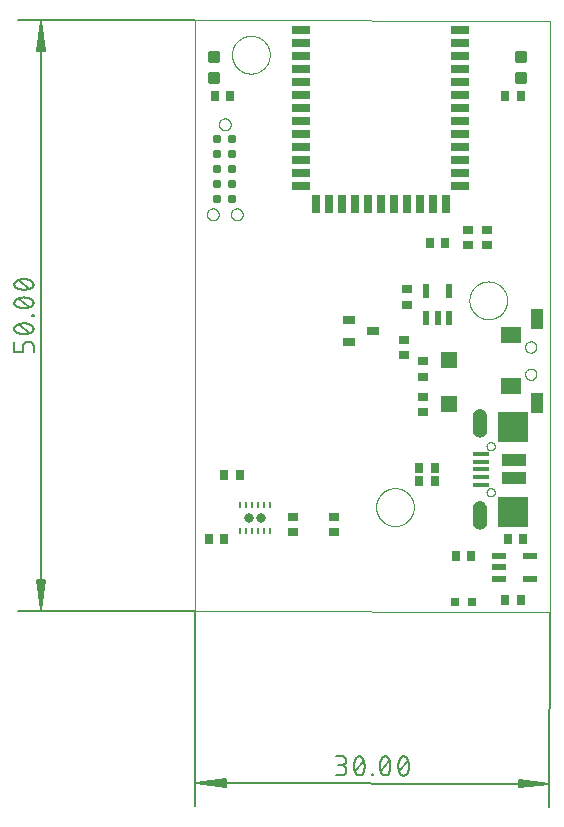
<source format=gtp>
G04 EAGLE Gerber X2 export*
%TF.Part,Single*%
%TF.FileFunction,Other,Solder paste top*%
%TF.FilePolarity,Positive*%
%TF.GenerationSoftware,Autodesk,EAGLE,9.4.2*%
%TF.CreationDate,2019-07-05T01:34:15Z*%
G75*
%MOMM*%
%FSLAX34Y34*%
%LPD*%
%INSolder paste top*%
%AMOC8*
5,1,8,0,0,1.08239X$1,22.5*%
G01*
%ADD10C,0.000000*%
%ADD11C,0.130000*%
%ADD12C,0.152400*%
%ADD13C,0.800000*%
%ADD14R,0.250000X0.562500*%
%ADD15R,0.558800X1.270000*%
%ADD16R,0.800000X1.500000*%
%ADD17R,1.500000X0.800000*%
%ADD18R,0.900000X0.700000*%
%ADD19R,0.800000X0.800000*%
%ADD20R,1.200000X0.550000*%
%ADD21R,0.700000X0.900000*%
%ADD22R,2.500000X2.500000*%
%ADD23R,2.000000X1.000000*%
%ADD24R,1.350000X0.400000*%
%ADD25C,0.787400*%
%ADD26C,0.300000*%
%ADD27R,1.400000X1.400000*%
%ADD28R,1.016000X0.635000*%
%ADD29R,1.778000X1.397000*%
%ADD30R,1.016000X1.778000*%

G36*
X242207Y147031D02*
X242207Y147031D01*
X242252Y147046D01*
X242327Y147061D01*
X243392Y147435D01*
X243434Y147459D01*
X243504Y147488D01*
X244475Y148062D01*
X244512Y148094D01*
X244576Y148136D01*
X245416Y148889D01*
X245446Y148927D01*
X245500Y148980D01*
X246177Y149883D01*
X246199Y149926D01*
X246242Y149989D01*
X246730Y151006D01*
X246743Y151053D01*
X246772Y151123D01*
X247053Y152216D01*
X247056Y152264D01*
X247072Y152339D01*
X247133Y153465D01*
X247131Y153481D01*
X247134Y153500D01*
X247134Y164500D01*
X247132Y164515D01*
X247133Y164535D01*
X247072Y165661D01*
X247061Y165708D01*
X247053Y165784D01*
X246772Y166877D01*
X246752Y166921D01*
X246730Y166994D01*
X246242Y168011D01*
X246214Y168050D01*
X246177Y168117D01*
X245500Y169020D01*
X245465Y169053D01*
X245416Y169111D01*
X244576Y169864D01*
X244535Y169890D01*
X244475Y169938D01*
X243504Y170512D01*
X243459Y170529D01*
X243392Y170565D01*
X242327Y170939D01*
X242280Y170947D01*
X242207Y170969D01*
X241090Y171128D01*
X241089Y171128D01*
X240902Y171127D01*
X239628Y170927D01*
X239581Y170910D01*
X239492Y170889D01*
X238295Y170411D01*
X238252Y170384D01*
X238170Y170344D01*
X237109Y169612D01*
X237073Y169576D01*
X237042Y169551D01*
X237032Y169545D01*
X237028Y169539D01*
X237002Y169518D01*
X236131Y168568D01*
X236104Y168526D01*
X236047Y168453D01*
X235410Y167333D01*
X235393Y167286D01*
X235354Y167203D01*
X234981Y165969D01*
X234976Y165919D01*
X234956Y165829D01*
X234867Y164544D01*
X234869Y164524D01*
X234866Y164500D01*
X234866Y153500D01*
X234869Y153485D01*
X234867Y153465D01*
X234928Y152339D01*
X234940Y152292D01*
X234947Y152216D01*
X235228Y151123D01*
X235248Y151079D01*
X235270Y151006D01*
X235758Y149989D01*
X235787Y149950D01*
X235823Y149883D01*
X236500Y148980D01*
X236535Y148947D01*
X236584Y148889D01*
X237424Y148136D01*
X237465Y148110D01*
X237525Y148062D01*
X238496Y147488D01*
X238541Y147471D01*
X238608Y147435D01*
X239673Y147061D01*
X239720Y147053D01*
X239794Y147031D01*
X240910Y146872D01*
X240938Y146873D01*
X241090Y146872D01*
X242207Y147031D01*
G37*
G36*
X242207Y69031D02*
X242207Y69031D01*
X242252Y69046D01*
X242327Y69061D01*
X243392Y69435D01*
X243434Y69459D01*
X243504Y69488D01*
X244475Y70062D01*
X244512Y70094D01*
X244576Y70136D01*
X245416Y70889D01*
X245446Y70927D01*
X245500Y70980D01*
X246177Y71883D01*
X246199Y71926D01*
X246242Y71989D01*
X246730Y73006D01*
X246743Y73053D01*
X246772Y73123D01*
X247053Y74216D01*
X247056Y74264D01*
X247072Y74339D01*
X247133Y75465D01*
X247131Y75481D01*
X247134Y75500D01*
X247134Y86500D01*
X247132Y86515D01*
X247133Y86535D01*
X247072Y87661D01*
X247061Y87708D01*
X247053Y87784D01*
X246772Y88877D01*
X246752Y88921D01*
X246730Y88994D01*
X246242Y90011D01*
X246214Y90050D01*
X246177Y90117D01*
X245500Y91020D01*
X245465Y91053D01*
X245416Y91111D01*
X244576Y91864D01*
X244535Y91890D01*
X244475Y91938D01*
X243504Y92512D01*
X243459Y92529D01*
X243392Y92565D01*
X242327Y92939D01*
X242280Y92947D01*
X242207Y92969D01*
X241090Y93128D01*
X241089Y93128D01*
X240902Y93127D01*
X239628Y92927D01*
X239581Y92910D01*
X239492Y92889D01*
X238295Y92411D01*
X238252Y92384D01*
X238170Y92344D01*
X237109Y91612D01*
X237073Y91576D01*
X237042Y91551D01*
X237032Y91545D01*
X237028Y91539D01*
X237002Y91518D01*
X236131Y90568D01*
X236104Y90526D01*
X236047Y90453D01*
X235410Y89333D01*
X235393Y89286D01*
X235354Y89203D01*
X234981Y87969D01*
X234976Y87919D01*
X234956Y87829D01*
X234867Y86544D01*
X234869Y86524D01*
X234866Y86500D01*
X234866Y75500D01*
X234869Y75485D01*
X234867Y75465D01*
X234928Y74339D01*
X234940Y74292D01*
X234947Y74216D01*
X235228Y73123D01*
X235248Y73079D01*
X235270Y73006D01*
X235758Y71989D01*
X235787Y71950D01*
X235823Y71883D01*
X236500Y70980D01*
X236535Y70947D01*
X236584Y70889D01*
X237424Y70136D01*
X237465Y70110D01*
X237525Y70062D01*
X238496Y69488D01*
X238541Y69471D01*
X238608Y69435D01*
X239673Y69061D01*
X239720Y69053D01*
X239794Y69031D01*
X240910Y68872D01*
X240938Y68873D01*
X241090Y68872D01*
X242207Y69031D01*
G37*
D10*
X0Y0D02*
X300000Y-600D01*
X299900Y499400D01*
X0Y500000D01*
X0Y0D01*
D11*
X0Y500000D02*
X-150000Y500000D01*
X-150000Y0D02*
X0Y0D01*
X-130500Y650D02*
X-130500Y499350D01*
X-133692Y474000D01*
X-127308Y474000D01*
X-130500Y499350D01*
X-131800Y474000D01*
X-129200Y474000D02*
X-130500Y499350D01*
X-133100Y474000D01*
X-127900Y474000D02*
X-130500Y499350D01*
X-133692Y26000D02*
X-130500Y650D01*
X-133692Y26000D02*
X-127308Y26000D01*
X-130500Y650D01*
X-131800Y26000D01*
X-129200Y26000D02*
X-130500Y650D01*
X-133100Y26000D01*
X-127900Y26000D02*
X-130500Y650D01*
D12*
X-137007Y218941D02*
X-137007Y224360D01*
X-137009Y224478D01*
X-137015Y224596D01*
X-137024Y224714D01*
X-137038Y224831D01*
X-137055Y224948D01*
X-137076Y225065D01*
X-137101Y225180D01*
X-137130Y225295D01*
X-137163Y225409D01*
X-137199Y225521D01*
X-137239Y225632D01*
X-137282Y225742D01*
X-137329Y225851D01*
X-137379Y225958D01*
X-137434Y226063D01*
X-137491Y226166D01*
X-137552Y226267D01*
X-137616Y226367D01*
X-137683Y226464D01*
X-137753Y226559D01*
X-137827Y226651D01*
X-137903Y226742D01*
X-137983Y226829D01*
X-138065Y226914D01*
X-138150Y226996D01*
X-138237Y227076D01*
X-138328Y227152D01*
X-138420Y227226D01*
X-138515Y227296D01*
X-138612Y227363D01*
X-138712Y227427D01*
X-138813Y227488D01*
X-138916Y227545D01*
X-139021Y227600D01*
X-139128Y227650D01*
X-139237Y227697D01*
X-139347Y227740D01*
X-139458Y227780D01*
X-139570Y227816D01*
X-139684Y227849D01*
X-139799Y227878D01*
X-139914Y227903D01*
X-140031Y227924D01*
X-140148Y227941D01*
X-140265Y227955D01*
X-140383Y227964D01*
X-140501Y227970D01*
X-140619Y227972D01*
X-142426Y227972D01*
X-142544Y227970D01*
X-142662Y227964D01*
X-142780Y227955D01*
X-142897Y227941D01*
X-143014Y227924D01*
X-143131Y227903D01*
X-143246Y227878D01*
X-143361Y227849D01*
X-143475Y227816D01*
X-143587Y227780D01*
X-143698Y227740D01*
X-143808Y227697D01*
X-143917Y227650D01*
X-144024Y227600D01*
X-144129Y227545D01*
X-144232Y227488D01*
X-144333Y227427D01*
X-144433Y227363D01*
X-144530Y227296D01*
X-144625Y227226D01*
X-144717Y227152D01*
X-144808Y227076D01*
X-144895Y226996D01*
X-144980Y226914D01*
X-145062Y226829D01*
X-145142Y226742D01*
X-145218Y226651D01*
X-145292Y226559D01*
X-145362Y226464D01*
X-145429Y226367D01*
X-145493Y226267D01*
X-145554Y226166D01*
X-145611Y226063D01*
X-145666Y225958D01*
X-145716Y225851D01*
X-145763Y225742D01*
X-145806Y225632D01*
X-145846Y225521D01*
X-145882Y225409D01*
X-145915Y225295D01*
X-145944Y225180D01*
X-145969Y225065D01*
X-145990Y224948D01*
X-146007Y224831D01*
X-146021Y224714D01*
X-146030Y224596D01*
X-146036Y224478D01*
X-146038Y224360D01*
X-146038Y218941D01*
X-153263Y218941D01*
X-153263Y227972D01*
X-151005Y235928D02*
X-150716Y235791D01*
X-150424Y235661D01*
X-150128Y235538D01*
X-149830Y235423D01*
X-149529Y235314D01*
X-149226Y235213D01*
X-148920Y235119D01*
X-148613Y235032D01*
X-148303Y234953D01*
X-147991Y234881D01*
X-147678Y234817D01*
X-147363Y234760D01*
X-147047Y234710D01*
X-146730Y234668D01*
X-146412Y234634D01*
X-146094Y234607D01*
X-145774Y234588D01*
X-145455Y234577D01*
X-145135Y234573D01*
X-151006Y235927D02*
X-151114Y235966D01*
X-151221Y236009D01*
X-151326Y236055D01*
X-151430Y236106D01*
X-151532Y236159D01*
X-151632Y236216D01*
X-151730Y236277D01*
X-151825Y236341D01*
X-151919Y236408D01*
X-152010Y236479D01*
X-152099Y236552D01*
X-152185Y236629D01*
X-152268Y236708D01*
X-152349Y236790D01*
X-152427Y236875D01*
X-152501Y236963D01*
X-152573Y237053D01*
X-152641Y237145D01*
X-152707Y237240D01*
X-152769Y237337D01*
X-152827Y237436D01*
X-152883Y237538D01*
X-152934Y237640D01*
X-152982Y237745D01*
X-153027Y237851D01*
X-153068Y237959D01*
X-153105Y238068D01*
X-153138Y238178D01*
X-153167Y238290D01*
X-153193Y238402D01*
X-153215Y238515D01*
X-153232Y238629D01*
X-153246Y238743D01*
X-153256Y238858D01*
X-153262Y238973D01*
X-153264Y239088D01*
X-153263Y239088D02*
X-153261Y239203D01*
X-153255Y239318D01*
X-153245Y239433D01*
X-153231Y239547D01*
X-153214Y239661D01*
X-153192Y239774D01*
X-153166Y239886D01*
X-153137Y239998D01*
X-153104Y240108D01*
X-153067Y240217D01*
X-153026Y240325D01*
X-152981Y240431D01*
X-152933Y240536D01*
X-152882Y240638D01*
X-152826Y240739D01*
X-152768Y240839D01*
X-152706Y240936D01*
X-152641Y241030D01*
X-152572Y241123D01*
X-152500Y241213D01*
X-152426Y241301D01*
X-152348Y241386D01*
X-152267Y241468D01*
X-152184Y241547D01*
X-152098Y241624D01*
X-152009Y241697D01*
X-151918Y241768D01*
X-151824Y241835D01*
X-151729Y241899D01*
X-151631Y241960D01*
X-151531Y242017D01*
X-151429Y242070D01*
X-151325Y242121D01*
X-151220Y242167D01*
X-151113Y242210D01*
X-151005Y242249D01*
X-151005Y242248D02*
X-150716Y242385D01*
X-150424Y242515D01*
X-150128Y242638D01*
X-149830Y242753D01*
X-149529Y242862D01*
X-149226Y242963D01*
X-148920Y243057D01*
X-148613Y243144D01*
X-148303Y243223D01*
X-147991Y243295D01*
X-147678Y243359D01*
X-147363Y243416D01*
X-147047Y243466D01*
X-146730Y243508D01*
X-146412Y243542D01*
X-146094Y243569D01*
X-145774Y243588D01*
X-145455Y243599D01*
X-145135Y243603D01*
X-145135Y234573D02*
X-144815Y234577D01*
X-144496Y234588D01*
X-144176Y234607D01*
X-143858Y234634D01*
X-143540Y234668D01*
X-143223Y234710D01*
X-142907Y234760D01*
X-142592Y234817D01*
X-142279Y234881D01*
X-141967Y234953D01*
X-141657Y235032D01*
X-141350Y235119D01*
X-141044Y235213D01*
X-140741Y235314D01*
X-140440Y235423D01*
X-140142Y235538D01*
X-139846Y235661D01*
X-139554Y235791D01*
X-139265Y235928D01*
X-139265Y235927D02*
X-139157Y235966D01*
X-139050Y236009D01*
X-138945Y236055D01*
X-138841Y236106D01*
X-138739Y236159D01*
X-138639Y236216D01*
X-138541Y236277D01*
X-138446Y236341D01*
X-138352Y236408D01*
X-138261Y236479D01*
X-138172Y236552D01*
X-138086Y236629D01*
X-138003Y236708D01*
X-137922Y236790D01*
X-137844Y236875D01*
X-137770Y236963D01*
X-137698Y237053D01*
X-137629Y237146D01*
X-137564Y237240D01*
X-137502Y237337D01*
X-137444Y237437D01*
X-137388Y237538D01*
X-137337Y237640D01*
X-137289Y237745D01*
X-137244Y237851D01*
X-137203Y237959D01*
X-137166Y238068D01*
X-137133Y238178D01*
X-137104Y238290D01*
X-137078Y238402D01*
X-137056Y238515D01*
X-137039Y238629D01*
X-137025Y238743D01*
X-137015Y238858D01*
X-137009Y238973D01*
X-137007Y239088D01*
X-139265Y242248D02*
X-139554Y242385D01*
X-139846Y242515D01*
X-140142Y242638D01*
X-140440Y242753D01*
X-140741Y242862D01*
X-141044Y242963D01*
X-141350Y243057D01*
X-141657Y243144D01*
X-141967Y243223D01*
X-142279Y243295D01*
X-142592Y243359D01*
X-142907Y243416D01*
X-143223Y243466D01*
X-143540Y243508D01*
X-143858Y243542D01*
X-144176Y243569D01*
X-144496Y243588D01*
X-144815Y243599D01*
X-145135Y243603D01*
X-139265Y242249D02*
X-139157Y242210D01*
X-139050Y242167D01*
X-138945Y242121D01*
X-138841Y242070D01*
X-138739Y242017D01*
X-138639Y241960D01*
X-138541Y241899D01*
X-138446Y241835D01*
X-138352Y241768D01*
X-138261Y241697D01*
X-138172Y241624D01*
X-138086Y241547D01*
X-138003Y241468D01*
X-137922Y241386D01*
X-137844Y241301D01*
X-137770Y241213D01*
X-137698Y241123D01*
X-137629Y241030D01*
X-137564Y240936D01*
X-137502Y240839D01*
X-137444Y240739D01*
X-137388Y240638D01*
X-137337Y240535D01*
X-137289Y240431D01*
X-137244Y240325D01*
X-137203Y240217D01*
X-137166Y240108D01*
X-137133Y239998D01*
X-137104Y239886D01*
X-137078Y239774D01*
X-137056Y239661D01*
X-137039Y239547D01*
X-137025Y239433D01*
X-137015Y239318D01*
X-137009Y239203D01*
X-137007Y239088D01*
X-140619Y235476D02*
X-149651Y242701D01*
X-137910Y249578D02*
X-137007Y249578D01*
X-137910Y249578D02*
X-137910Y250481D01*
X-137007Y250481D01*
X-137007Y249578D01*
X-145135Y256456D02*
X-145455Y256460D01*
X-145774Y256471D01*
X-146094Y256490D01*
X-146412Y256517D01*
X-146730Y256551D01*
X-147047Y256593D01*
X-147363Y256643D01*
X-147678Y256700D01*
X-147991Y256764D01*
X-148303Y256836D01*
X-148613Y256915D01*
X-148920Y257002D01*
X-149226Y257096D01*
X-149529Y257197D01*
X-149830Y257306D01*
X-150128Y257421D01*
X-150424Y257544D01*
X-150716Y257674D01*
X-151005Y257811D01*
X-151006Y257811D02*
X-151114Y257850D01*
X-151221Y257893D01*
X-151326Y257939D01*
X-151430Y257990D01*
X-151532Y258043D01*
X-151632Y258100D01*
X-151730Y258161D01*
X-151825Y258225D01*
X-151919Y258292D01*
X-152010Y258363D01*
X-152099Y258436D01*
X-152185Y258513D01*
X-152268Y258592D01*
X-152349Y258674D01*
X-152427Y258759D01*
X-152501Y258847D01*
X-152573Y258937D01*
X-152641Y259029D01*
X-152707Y259124D01*
X-152769Y259221D01*
X-152827Y259320D01*
X-152883Y259422D01*
X-152934Y259524D01*
X-152982Y259629D01*
X-153027Y259735D01*
X-153068Y259843D01*
X-153105Y259952D01*
X-153138Y260062D01*
X-153167Y260174D01*
X-153193Y260286D01*
X-153215Y260399D01*
X-153232Y260513D01*
X-153246Y260627D01*
X-153256Y260742D01*
X-153262Y260857D01*
X-153264Y260972D01*
X-153263Y260972D02*
X-153261Y261087D01*
X-153255Y261202D01*
X-153245Y261317D01*
X-153231Y261431D01*
X-153214Y261545D01*
X-153192Y261658D01*
X-153166Y261770D01*
X-153137Y261882D01*
X-153104Y261992D01*
X-153067Y262101D01*
X-153026Y262209D01*
X-152981Y262315D01*
X-152933Y262420D01*
X-152882Y262522D01*
X-152826Y262623D01*
X-152768Y262723D01*
X-152706Y262820D01*
X-152641Y262914D01*
X-152572Y263007D01*
X-152500Y263097D01*
X-152426Y263185D01*
X-152348Y263270D01*
X-152267Y263352D01*
X-152184Y263431D01*
X-152098Y263508D01*
X-152009Y263581D01*
X-151918Y263652D01*
X-151824Y263719D01*
X-151729Y263783D01*
X-151631Y263844D01*
X-151531Y263901D01*
X-151429Y263954D01*
X-151325Y264005D01*
X-151220Y264051D01*
X-151113Y264094D01*
X-151005Y264133D01*
X-151005Y264132D02*
X-150716Y264269D01*
X-150424Y264399D01*
X-150128Y264522D01*
X-149830Y264637D01*
X-149529Y264746D01*
X-149226Y264847D01*
X-148920Y264941D01*
X-148613Y265028D01*
X-148303Y265107D01*
X-147991Y265179D01*
X-147678Y265243D01*
X-147363Y265300D01*
X-147047Y265350D01*
X-146730Y265392D01*
X-146412Y265426D01*
X-146094Y265453D01*
X-145774Y265472D01*
X-145455Y265483D01*
X-145135Y265487D01*
X-145135Y256457D02*
X-144815Y256461D01*
X-144496Y256472D01*
X-144176Y256491D01*
X-143858Y256518D01*
X-143540Y256552D01*
X-143223Y256594D01*
X-142907Y256644D01*
X-142592Y256701D01*
X-142279Y256765D01*
X-141967Y256837D01*
X-141657Y256916D01*
X-141350Y257003D01*
X-141044Y257097D01*
X-140741Y257198D01*
X-140440Y257307D01*
X-140142Y257422D01*
X-139846Y257545D01*
X-139554Y257675D01*
X-139265Y257812D01*
X-139265Y257811D02*
X-139157Y257850D01*
X-139050Y257893D01*
X-138945Y257939D01*
X-138841Y257990D01*
X-138739Y258043D01*
X-138639Y258100D01*
X-138541Y258161D01*
X-138446Y258225D01*
X-138352Y258292D01*
X-138261Y258363D01*
X-138172Y258436D01*
X-138086Y258513D01*
X-138003Y258592D01*
X-137922Y258674D01*
X-137844Y258759D01*
X-137770Y258847D01*
X-137698Y258937D01*
X-137629Y259030D01*
X-137564Y259124D01*
X-137502Y259221D01*
X-137444Y259321D01*
X-137388Y259422D01*
X-137337Y259524D01*
X-137289Y259629D01*
X-137244Y259735D01*
X-137203Y259843D01*
X-137166Y259952D01*
X-137133Y260062D01*
X-137104Y260174D01*
X-137078Y260286D01*
X-137056Y260399D01*
X-137039Y260513D01*
X-137025Y260627D01*
X-137015Y260742D01*
X-137009Y260857D01*
X-137007Y260972D01*
X-139265Y264132D02*
X-139554Y264269D01*
X-139846Y264399D01*
X-140142Y264522D01*
X-140440Y264637D01*
X-140741Y264746D01*
X-141044Y264847D01*
X-141350Y264941D01*
X-141657Y265028D01*
X-141967Y265107D01*
X-142279Y265179D01*
X-142592Y265243D01*
X-142907Y265300D01*
X-143223Y265350D01*
X-143540Y265392D01*
X-143858Y265426D01*
X-144176Y265453D01*
X-144496Y265472D01*
X-144815Y265483D01*
X-145135Y265487D01*
X-139265Y264133D02*
X-139157Y264094D01*
X-139050Y264051D01*
X-138945Y264005D01*
X-138841Y263954D01*
X-138739Y263901D01*
X-138639Y263844D01*
X-138541Y263783D01*
X-138446Y263719D01*
X-138352Y263652D01*
X-138261Y263581D01*
X-138172Y263508D01*
X-138086Y263431D01*
X-138003Y263352D01*
X-137922Y263270D01*
X-137844Y263185D01*
X-137770Y263097D01*
X-137698Y263007D01*
X-137629Y262914D01*
X-137564Y262820D01*
X-137502Y262723D01*
X-137444Y262623D01*
X-137388Y262522D01*
X-137337Y262419D01*
X-137289Y262315D01*
X-137244Y262209D01*
X-137203Y262101D01*
X-137166Y261992D01*
X-137133Y261882D01*
X-137104Y261770D01*
X-137078Y261658D01*
X-137056Y261545D01*
X-137039Y261431D01*
X-137025Y261317D01*
X-137015Y261202D01*
X-137009Y261087D01*
X-137007Y260972D01*
X-140619Y257359D02*
X-149651Y264584D01*
X-145135Y272088D02*
X-145455Y272092D01*
X-145774Y272103D01*
X-146094Y272122D01*
X-146412Y272149D01*
X-146730Y272183D01*
X-147047Y272225D01*
X-147363Y272275D01*
X-147678Y272332D01*
X-147991Y272396D01*
X-148303Y272468D01*
X-148613Y272547D01*
X-148920Y272634D01*
X-149226Y272728D01*
X-149529Y272829D01*
X-149830Y272938D01*
X-150128Y273053D01*
X-150424Y273176D01*
X-150716Y273306D01*
X-151005Y273443D01*
X-151006Y273442D02*
X-151114Y273481D01*
X-151221Y273524D01*
X-151326Y273570D01*
X-151430Y273621D01*
X-151532Y273674D01*
X-151632Y273731D01*
X-151730Y273792D01*
X-151825Y273856D01*
X-151919Y273923D01*
X-152010Y273994D01*
X-152099Y274067D01*
X-152185Y274144D01*
X-152268Y274223D01*
X-152349Y274305D01*
X-152427Y274390D01*
X-152501Y274478D01*
X-152573Y274568D01*
X-152641Y274660D01*
X-152707Y274755D01*
X-152769Y274852D01*
X-152827Y274951D01*
X-152883Y275053D01*
X-152934Y275155D01*
X-152982Y275260D01*
X-153027Y275366D01*
X-153068Y275474D01*
X-153105Y275583D01*
X-153138Y275693D01*
X-153167Y275805D01*
X-153193Y275917D01*
X-153215Y276030D01*
X-153232Y276144D01*
X-153246Y276258D01*
X-153256Y276373D01*
X-153262Y276488D01*
X-153264Y276603D01*
X-153263Y276603D02*
X-153261Y276718D01*
X-153255Y276833D01*
X-153245Y276948D01*
X-153231Y277062D01*
X-153214Y277176D01*
X-153192Y277289D01*
X-153166Y277401D01*
X-153137Y277513D01*
X-153104Y277623D01*
X-153067Y277732D01*
X-153026Y277840D01*
X-152981Y277946D01*
X-152933Y278051D01*
X-152882Y278153D01*
X-152826Y278254D01*
X-152768Y278354D01*
X-152706Y278451D01*
X-152641Y278545D01*
X-152572Y278638D01*
X-152500Y278728D01*
X-152426Y278816D01*
X-152348Y278901D01*
X-152267Y278983D01*
X-152184Y279062D01*
X-152098Y279139D01*
X-152009Y279212D01*
X-151918Y279283D01*
X-151824Y279350D01*
X-151729Y279414D01*
X-151631Y279475D01*
X-151531Y279532D01*
X-151429Y279585D01*
X-151325Y279636D01*
X-151220Y279682D01*
X-151113Y279725D01*
X-151005Y279764D01*
X-151005Y279763D02*
X-150716Y279900D01*
X-150424Y280030D01*
X-150128Y280153D01*
X-149830Y280268D01*
X-149529Y280377D01*
X-149226Y280478D01*
X-148920Y280572D01*
X-148613Y280659D01*
X-148303Y280738D01*
X-147991Y280810D01*
X-147678Y280874D01*
X-147363Y280931D01*
X-147047Y280981D01*
X-146730Y281023D01*
X-146412Y281057D01*
X-146094Y281084D01*
X-145774Y281103D01*
X-145455Y281114D01*
X-145135Y281118D01*
X-145135Y272088D02*
X-144815Y272092D01*
X-144496Y272103D01*
X-144176Y272122D01*
X-143858Y272149D01*
X-143540Y272183D01*
X-143223Y272225D01*
X-142907Y272275D01*
X-142592Y272332D01*
X-142279Y272396D01*
X-141967Y272468D01*
X-141657Y272547D01*
X-141350Y272634D01*
X-141044Y272728D01*
X-140741Y272829D01*
X-140440Y272938D01*
X-140142Y273053D01*
X-139846Y273176D01*
X-139554Y273306D01*
X-139265Y273443D01*
X-139265Y273442D02*
X-139157Y273481D01*
X-139050Y273524D01*
X-138945Y273570D01*
X-138841Y273621D01*
X-138739Y273674D01*
X-138639Y273731D01*
X-138541Y273792D01*
X-138446Y273856D01*
X-138352Y273923D01*
X-138261Y273994D01*
X-138172Y274067D01*
X-138086Y274144D01*
X-138003Y274223D01*
X-137922Y274305D01*
X-137844Y274390D01*
X-137770Y274478D01*
X-137698Y274568D01*
X-137629Y274661D01*
X-137564Y274755D01*
X-137502Y274852D01*
X-137444Y274952D01*
X-137388Y275053D01*
X-137337Y275155D01*
X-137289Y275260D01*
X-137244Y275366D01*
X-137203Y275474D01*
X-137166Y275583D01*
X-137133Y275693D01*
X-137104Y275805D01*
X-137078Y275917D01*
X-137056Y276030D01*
X-137039Y276144D01*
X-137025Y276258D01*
X-137015Y276373D01*
X-137009Y276488D01*
X-137007Y276603D01*
X-139265Y279763D02*
X-139554Y279900D01*
X-139846Y280030D01*
X-140142Y280153D01*
X-140440Y280268D01*
X-140741Y280377D01*
X-141044Y280478D01*
X-141350Y280572D01*
X-141657Y280659D01*
X-141967Y280738D01*
X-142279Y280810D01*
X-142592Y280874D01*
X-142907Y280931D01*
X-143223Y280981D01*
X-143540Y281023D01*
X-143858Y281057D01*
X-144176Y281084D01*
X-144496Y281103D01*
X-144815Y281114D01*
X-145135Y281118D01*
X-139265Y279764D02*
X-139157Y279725D01*
X-139050Y279682D01*
X-138945Y279636D01*
X-138841Y279585D01*
X-138739Y279532D01*
X-138639Y279475D01*
X-138541Y279414D01*
X-138446Y279350D01*
X-138352Y279283D01*
X-138261Y279212D01*
X-138172Y279139D01*
X-138086Y279062D01*
X-138003Y278983D01*
X-137922Y278901D01*
X-137844Y278816D01*
X-137770Y278728D01*
X-137698Y278638D01*
X-137629Y278545D01*
X-137564Y278451D01*
X-137502Y278354D01*
X-137444Y278254D01*
X-137388Y278153D01*
X-137337Y278050D01*
X-137289Y277946D01*
X-137244Y277840D01*
X-137203Y277732D01*
X-137166Y277623D01*
X-137133Y277513D01*
X-137104Y277401D01*
X-137078Y277289D01*
X-137056Y277176D01*
X-137039Y277062D01*
X-137025Y276948D01*
X-137015Y276833D01*
X-137009Y276718D01*
X-137007Y276603D01*
X-140619Y272991D02*
X-149651Y280215D01*
D11*
X0Y0D02*
X-330Y-164942D01*
X299670Y-165542D02*
X300000Y-600D01*
X299059Y-146041D02*
X359Y-145443D01*
X25715Y-142302D01*
X25703Y-148686D01*
X359Y-145443D01*
X25712Y-144194D01*
X25706Y-146794D02*
X359Y-145443D01*
X25714Y-142894D01*
X25704Y-148094D02*
X359Y-145443D01*
X273716Y-142798D02*
X299059Y-146041D01*
X273716Y-142798D02*
X273703Y-149182D01*
X299059Y-146041D01*
X273712Y-144690D01*
X273707Y-147290D02*
X299059Y-146041D01*
X273714Y-143390D01*
X273704Y-148590D02*
X299059Y-146041D01*
D12*
X123179Y-139181D02*
X118663Y-139173D01*
X123179Y-139181D02*
X123313Y-139179D01*
X123447Y-139174D01*
X123580Y-139164D01*
X123713Y-139150D01*
X123846Y-139133D01*
X123978Y-139111D01*
X124109Y-139086D01*
X124240Y-139056D01*
X124370Y-139023D01*
X124498Y-138986D01*
X124626Y-138946D01*
X124752Y-138901D01*
X124877Y-138853D01*
X125000Y-138801D01*
X125122Y-138745D01*
X125242Y-138686D01*
X125360Y-138624D01*
X125477Y-138557D01*
X125591Y-138488D01*
X125703Y-138415D01*
X125813Y-138339D01*
X125921Y-138259D01*
X126026Y-138177D01*
X126129Y-138091D01*
X126229Y-138002D01*
X126327Y-137911D01*
X126422Y-137816D01*
X126514Y-137719D01*
X126603Y-137619D01*
X126689Y-137517D01*
X126772Y-137412D01*
X126852Y-137304D01*
X126928Y-137194D01*
X127001Y-137082D01*
X127071Y-136968D01*
X127138Y-136852D01*
X127201Y-136734D01*
X127261Y-136614D01*
X127317Y-136493D01*
X127369Y-136370D01*
X127418Y-136245D01*
X127463Y-136119D01*
X127504Y-135991D01*
X127541Y-135863D01*
X127575Y-135733D01*
X127605Y-135603D01*
X127630Y-135472D01*
X127652Y-135340D01*
X127670Y-135207D01*
X127684Y-135074D01*
X127695Y-134940D01*
X127701Y-134807D01*
X127703Y-134673D01*
X127701Y-134539D01*
X127696Y-134405D01*
X127686Y-134272D01*
X127672Y-134139D01*
X127655Y-134006D01*
X127633Y-133874D01*
X127608Y-133743D01*
X127579Y-133612D01*
X127545Y-133482D01*
X127508Y-133354D01*
X127468Y-133226D01*
X127423Y-133100D01*
X127375Y-132975D01*
X127323Y-132852D01*
X127267Y-132730D01*
X127208Y-132610D01*
X127146Y-132492D01*
X127079Y-132375D01*
X127010Y-132261D01*
X126937Y-132149D01*
X126861Y-132039D01*
X126781Y-131931D01*
X126699Y-131826D01*
X126613Y-131723D01*
X126524Y-131623D01*
X126433Y-131525D01*
X126338Y-131430D01*
X126241Y-131338D01*
X126141Y-131249D01*
X126039Y-131163D01*
X125934Y-131080D01*
X125826Y-131000D01*
X125716Y-130924D01*
X125604Y-130851D01*
X125490Y-130781D01*
X125374Y-130714D01*
X125256Y-130651D01*
X125136Y-130591D01*
X125015Y-130535D01*
X124892Y-130483D01*
X124767Y-130434D01*
X124641Y-130389D01*
X124513Y-130348D01*
X124385Y-130311D01*
X124255Y-130277D01*
X124125Y-130247D01*
X123994Y-130222D01*
X123862Y-130200D01*
X123729Y-130182D01*
X123596Y-130168D01*
X123462Y-130157D01*
X123329Y-130151D01*
X123195Y-130149D01*
X124110Y-122926D02*
X118692Y-122917D01*
X124110Y-122927D02*
X124230Y-122929D01*
X124349Y-122935D01*
X124468Y-122945D01*
X124587Y-122959D01*
X124705Y-122977D01*
X124822Y-122999D01*
X124939Y-123025D01*
X125055Y-123054D01*
X125169Y-123088D01*
X125283Y-123125D01*
X125395Y-123166D01*
X125506Y-123210D01*
X125615Y-123258D01*
X125723Y-123310D01*
X125829Y-123365D01*
X125933Y-123424D01*
X126035Y-123486D01*
X126135Y-123552D01*
X126232Y-123621D01*
X126328Y-123693D01*
X126420Y-123768D01*
X126511Y-123846D01*
X126599Y-123927D01*
X126684Y-124011D01*
X126766Y-124097D01*
X126845Y-124187D01*
X126921Y-124279D01*
X126994Y-124373D01*
X127064Y-124470D01*
X127131Y-124569D01*
X127195Y-124670D01*
X127255Y-124773D01*
X127312Y-124878D01*
X127365Y-124985D01*
X127414Y-125094D01*
X127460Y-125204D01*
X127503Y-125316D01*
X127541Y-125429D01*
X127576Y-125543D01*
X127607Y-125658D01*
X127634Y-125775D01*
X127658Y-125892D01*
X127677Y-126010D01*
X127693Y-126128D01*
X127704Y-126247D01*
X127712Y-126366D01*
X127716Y-126486D01*
X127715Y-126605D01*
X127711Y-126724D01*
X127703Y-126844D01*
X127691Y-126962D01*
X127675Y-127081D01*
X127655Y-127199D01*
X127632Y-127316D01*
X127604Y-127432D01*
X127572Y-127547D01*
X127537Y-127661D01*
X127498Y-127774D01*
X127456Y-127886D01*
X127409Y-127996D01*
X127359Y-128104D01*
X127306Y-128211D01*
X127249Y-128316D01*
X127188Y-128419D01*
X127124Y-128520D01*
X127057Y-128619D01*
X126987Y-128715D01*
X126913Y-128809D01*
X126837Y-128901D01*
X126757Y-128990D01*
X126675Y-129076D01*
X126589Y-129160D01*
X126501Y-129241D01*
X126411Y-129318D01*
X126318Y-129393D01*
X126222Y-129465D01*
X126124Y-129533D01*
X126024Y-129598D01*
X125922Y-129660D01*
X125818Y-129719D01*
X125712Y-129774D01*
X125604Y-129825D01*
X125494Y-129873D01*
X125383Y-129917D01*
X125271Y-129957D01*
X125157Y-129994D01*
X125042Y-130027D01*
X124927Y-130056D01*
X124810Y-130081D01*
X124692Y-130103D01*
X124574Y-130120D01*
X124456Y-130134D01*
X124336Y-130144D01*
X124217Y-130149D01*
X124098Y-130151D01*
X120485Y-130145D01*
X134309Y-131072D02*
X134313Y-130752D01*
X134325Y-130432D01*
X134345Y-130113D01*
X134372Y-129795D01*
X134407Y-129477D01*
X134450Y-129160D01*
X134500Y-128844D01*
X134557Y-128529D01*
X134622Y-128216D01*
X134694Y-127905D01*
X134774Y-127595D01*
X134862Y-127287D01*
X134956Y-126982D01*
X135058Y-126679D01*
X135167Y-126378D01*
X135283Y-126080D01*
X135406Y-125785D01*
X135537Y-125493D01*
X135674Y-125204D01*
X135673Y-125204D02*
X135713Y-125096D01*
X135756Y-124989D01*
X135803Y-124884D01*
X135853Y-124780D01*
X135907Y-124679D01*
X135964Y-124579D01*
X136025Y-124481D01*
X136089Y-124385D01*
X136156Y-124292D01*
X136227Y-124201D01*
X136301Y-124113D01*
X136377Y-124027D01*
X136457Y-123943D01*
X136539Y-123863D01*
X136624Y-123785D01*
X136712Y-123711D01*
X136802Y-123639D01*
X136895Y-123571D01*
X136990Y-123506D01*
X137087Y-123444D01*
X137186Y-123386D01*
X137287Y-123331D01*
X137390Y-123279D01*
X137495Y-123231D01*
X137601Y-123187D01*
X137709Y-123146D01*
X137818Y-123110D01*
X137928Y-123077D01*
X138040Y-123047D01*
X138152Y-123022D01*
X138265Y-123000D01*
X138379Y-122983D01*
X138493Y-122969D01*
X138608Y-122960D01*
X138723Y-122954D01*
X138838Y-122952D01*
X138953Y-122954D01*
X139068Y-122960D01*
X139183Y-122970D01*
X139297Y-122984D01*
X139410Y-123002D01*
X139524Y-123024D01*
X139636Y-123050D01*
X139747Y-123080D01*
X139857Y-123113D01*
X139966Y-123150D01*
X140074Y-123191D01*
X140180Y-123236D01*
X140284Y-123284D01*
X140387Y-123336D01*
X140488Y-123391D01*
X140587Y-123450D01*
X140684Y-123512D01*
X140779Y-123578D01*
X140871Y-123646D01*
X140961Y-123718D01*
X141048Y-123793D01*
X141133Y-123871D01*
X141215Y-123952D01*
X141295Y-124035D01*
X141371Y-124121D01*
X141444Y-124210D01*
X141514Y-124301D01*
X141581Y-124395D01*
X141645Y-124491D01*
X141706Y-124589D01*
X141763Y-124689D01*
X141816Y-124791D01*
X141866Y-124894D01*
X141913Y-125000D01*
X141955Y-125107D01*
X141994Y-125215D01*
X141996Y-125216D02*
X142132Y-125505D01*
X142261Y-125798D01*
X142383Y-126093D01*
X142498Y-126391D01*
X142606Y-126692D01*
X142707Y-126996D01*
X142801Y-127302D01*
X142887Y-127610D01*
X142966Y-127920D01*
X143037Y-128231D01*
X143101Y-128545D01*
X143157Y-128860D01*
X143206Y-129176D01*
X143247Y-129493D01*
X143281Y-129811D01*
X143307Y-130130D01*
X143326Y-130449D01*
X143337Y-130768D01*
X143340Y-131088D01*
X134308Y-131072D02*
X134311Y-131392D01*
X134322Y-131712D01*
X134341Y-132031D01*
X134367Y-132350D01*
X134401Y-132668D01*
X134442Y-132985D01*
X134491Y-133301D01*
X134547Y-133616D01*
X134611Y-133929D01*
X134682Y-134241D01*
X134761Y-134551D01*
X134847Y-134859D01*
X134941Y-135165D01*
X135042Y-135468D01*
X135150Y-135769D01*
X135265Y-136068D01*
X135387Y-136363D01*
X135516Y-136656D01*
X135652Y-136945D01*
X135654Y-136944D02*
X135693Y-137052D01*
X135735Y-137159D01*
X135782Y-137265D01*
X135832Y-137368D01*
X135885Y-137470D01*
X135942Y-137570D01*
X136003Y-137668D01*
X136067Y-137764D01*
X136134Y-137858D01*
X136204Y-137949D01*
X136277Y-138038D01*
X136353Y-138124D01*
X136433Y-138207D01*
X136515Y-138288D01*
X136600Y-138366D01*
X136687Y-138441D01*
X136777Y-138513D01*
X136869Y-138581D01*
X136964Y-138647D01*
X137061Y-138709D01*
X137160Y-138768D01*
X137261Y-138823D01*
X137364Y-138875D01*
X137468Y-138923D01*
X137574Y-138968D01*
X137682Y-139009D01*
X137791Y-139046D01*
X137901Y-139079D01*
X138012Y-139109D01*
X138124Y-139135D01*
X138238Y-139157D01*
X138351Y-139175D01*
X138465Y-139189D01*
X138580Y-139199D01*
X138695Y-139205D01*
X138810Y-139207D01*
X141974Y-136956D02*
X142111Y-136667D01*
X142242Y-136375D01*
X142365Y-136080D01*
X142481Y-135782D01*
X142590Y-135481D01*
X142692Y-135178D01*
X142786Y-134873D01*
X142874Y-134565D01*
X142954Y-134255D01*
X143026Y-133944D01*
X143091Y-133631D01*
X143148Y-133316D01*
X143198Y-133000D01*
X143241Y-132683D01*
X143276Y-132365D01*
X143303Y-132047D01*
X143323Y-131728D01*
X143335Y-131408D01*
X143339Y-131088D01*
X141975Y-136955D02*
X141935Y-137063D01*
X141892Y-137170D01*
X141845Y-137275D01*
X141795Y-137379D01*
X141741Y-137480D01*
X141684Y-137580D01*
X141623Y-137678D01*
X141559Y-137774D01*
X141491Y-137867D01*
X141421Y-137958D01*
X141347Y-138047D01*
X141271Y-138132D01*
X141191Y-138216D01*
X141109Y-138296D01*
X141024Y-138374D01*
X140936Y-138448D01*
X140846Y-138520D01*
X140753Y-138588D01*
X140658Y-138653D01*
X140561Y-138715D01*
X140462Y-138773D01*
X140361Y-138828D01*
X140258Y-138880D01*
X140153Y-138928D01*
X140047Y-138972D01*
X139939Y-139013D01*
X139830Y-139049D01*
X139720Y-139082D01*
X139608Y-139112D01*
X139496Y-139137D01*
X139383Y-139159D01*
X139269Y-139176D01*
X139155Y-139190D01*
X139040Y-139199D01*
X138925Y-139205D01*
X138810Y-139207D01*
X135204Y-135589D02*
X142444Y-126571D01*
X149302Y-138323D02*
X149300Y-139226D01*
X149302Y-138323D02*
X150205Y-138325D01*
X150203Y-139228D01*
X149300Y-139226D01*
X156192Y-131110D02*
X156196Y-130790D01*
X156208Y-130470D01*
X156228Y-130151D01*
X156255Y-129833D01*
X156290Y-129515D01*
X156333Y-129198D01*
X156383Y-128882D01*
X156440Y-128567D01*
X156505Y-128254D01*
X156577Y-127943D01*
X156657Y-127633D01*
X156745Y-127325D01*
X156839Y-127020D01*
X156941Y-126717D01*
X157050Y-126416D01*
X157166Y-126118D01*
X157289Y-125823D01*
X157420Y-125531D01*
X157557Y-125242D01*
X157597Y-125134D01*
X157640Y-125027D01*
X157687Y-124922D01*
X157737Y-124818D01*
X157791Y-124717D01*
X157848Y-124617D01*
X157909Y-124519D01*
X157973Y-124423D01*
X158040Y-124330D01*
X158111Y-124239D01*
X158185Y-124151D01*
X158261Y-124065D01*
X158341Y-123981D01*
X158423Y-123901D01*
X158508Y-123823D01*
X158596Y-123749D01*
X158686Y-123677D01*
X158779Y-123609D01*
X158874Y-123544D01*
X158971Y-123482D01*
X159070Y-123424D01*
X159171Y-123369D01*
X159274Y-123317D01*
X159379Y-123269D01*
X159485Y-123225D01*
X159593Y-123184D01*
X159702Y-123148D01*
X159812Y-123115D01*
X159924Y-123085D01*
X160036Y-123060D01*
X160149Y-123038D01*
X160263Y-123021D01*
X160377Y-123007D01*
X160492Y-122998D01*
X160607Y-122992D01*
X160722Y-122990D01*
X160837Y-122992D01*
X160952Y-122998D01*
X161067Y-123008D01*
X161181Y-123022D01*
X161294Y-123040D01*
X161408Y-123062D01*
X161520Y-123088D01*
X161631Y-123118D01*
X161741Y-123151D01*
X161850Y-123188D01*
X161958Y-123229D01*
X162064Y-123274D01*
X162168Y-123322D01*
X162271Y-123374D01*
X162372Y-123429D01*
X162471Y-123488D01*
X162568Y-123550D01*
X162663Y-123616D01*
X162755Y-123684D01*
X162845Y-123756D01*
X162932Y-123831D01*
X163017Y-123909D01*
X163099Y-123990D01*
X163179Y-124073D01*
X163255Y-124159D01*
X163328Y-124248D01*
X163398Y-124339D01*
X163465Y-124433D01*
X163529Y-124529D01*
X163590Y-124627D01*
X163647Y-124727D01*
X163700Y-124829D01*
X163750Y-124932D01*
X163797Y-125038D01*
X163839Y-125145D01*
X163878Y-125253D01*
X163879Y-125254D02*
X164015Y-125543D01*
X164144Y-125836D01*
X164266Y-126131D01*
X164381Y-126429D01*
X164489Y-126730D01*
X164590Y-127034D01*
X164684Y-127340D01*
X164770Y-127648D01*
X164849Y-127958D01*
X164920Y-128269D01*
X164984Y-128583D01*
X165040Y-128898D01*
X165089Y-129214D01*
X165130Y-129531D01*
X165164Y-129849D01*
X165190Y-130168D01*
X165209Y-130487D01*
X165220Y-130806D01*
X165223Y-131126D01*
X156192Y-131110D02*
X156195Y-131430D01*
X156206Y-131750D01*
X156225Y-132069D01*
X156251Y-132388D01*
X156285Y-132706D01*
X156326Y-133023D01*
X156375Y-133339D01*
X156431Y-133654D01*
X156495Y-133967D01*
X156566Y-134279D01*
X156645Y-134589D01*
X156731Y-134897D01*
X156825Y-135203D01*
X156926Y-135506D01*
X157034Y-135807D01*
X157149Y-136106D01*
X157271Y-136401D01*
X157400Y-136694D01*
X157536Y-136983D01*
X157537Y-136983D02*
X157576Y-137091D01*
X157618Y-137198D01*
X157665Y-137304D01*
X157715Y-137407D01*
X157768Y-137509D01*
X157825Y-137609D01*
X157886Y-137707D01*
X157950Y-137803D01*
X158017Y-137897D01*
X158087Y-137988D01*
X158160Y-138077D01*
X158236Y-138163D01*
X158316Y-138246D01*
X158398Y-138327D01*
X158483Y-138405D01*
X158570Y-138480D01*
X158660Y-138552D01*
X158752Y-138620D01*
X158847Y-138686D01*
X158944Y-138748D01*
X159043Y-138807D01*
X159144Y-138862D01*
X159247Y-138914D01*
X159351Y-138962D01*
X159457Y-139007D01*
X159565Y-139048D01*
X159674Y-139085D01*
X159784Y-139118D01*
X159895Y-139148D01*
X160007Y-139174D01*
X160121Y-139196D01*
X160234Y-139214D01*
X160348Y-139228D01*
X160463Y-139238D01*
X160578Y-139244D01*
X160693Y-139246D01*
X163858Y-136994D02*
X163995Y-136705D01*
X164126Y-136413D01*
X164249Y-136118D01*
X164365Y-135820D01*
X164474Y-135519D01*
X164576Y-135216D01*
X164670Y-134911D01*
X164758Y-134603D01*
X164838Y-134293D01*
X164910Y-133982D01*
X164975Y-133669D01*
X165032Y-133354D01*
X165082Y-133038D01*
X165125Y-132721D01*
X165160Y-132403D01*
X165187Y-132085D01*
X165207Y-131766D01*
X165219Y-131446D01*
X165223Y-131126D01*
X163858Y-136994D02*
X163818Y-137102D01*
X163775Y-137209D01*
X163728Y-137314D01*
X163678Y-137418D01*
X163624Y-137519D01*
X163567Y-137619D01*
X163506Y-137717D01*
X163442Y-137813D01*
X163374Y-137906D01*
X163304Y-137997D01*
X163230Y-138086D01*
X163154Y-138171D01*
X163074Y-138255D01*
X162992Y-138335D01*
X162907Y-138413D01*
X162819Y-138487D01*
X162729Y-138559D01*
X162636Y-138627D01*
X162541Y-138692D01*
X162444Y-138754D01*
X162345Y-138812D01*
X162244Y-138867D01*
X162141Y-138919D01*
X162036Y-138967D01*
X161930Y-139011D01*
X161822Y-139052D01*
X161713Y-139088D01*
X161603Y-139121D01*
X161491Y-139151D01*
X161379Y-139176D01*
X161266Y-139198D01*
X161152Y-139215D01*
X161038Y-139229D01*
X160923Y-139238D01*
X160808Y-139244D01*
X160693Y-139246D01*
X157087Y-135627D02*
X164328Y-126609D01*
X171824Y-131138D02*
X171828Y-130818D01*
X171840Y-130498D01*
X171860Y-130179D01*
X171887Y-129861D01*
X171922Y-129543D01*
X171965Y-129226D01*
X172015Y-128910D01*
X172072Y-128595D01*
X172137Y-128282D01*
X172209Y-127971D01*
X172289Y-127661D01*
X172377Y-127353D01*
X172471Y-127048D01*
X172573Y-126745D01*
X172682Y-126444D01*
X172798Y-126146D01*
X172921Y-125851D01*
X173052Y-125559D01*
X173189Y-125270D01*
X173188Y-125270D02*
X173228Y-125162D01*
X173271Y-125055D01*
X173318Y-124950D01*
X173368Y-124846D01*
X173422Y-124745D01*
X173479Y-124645D01*
X173540Y-124547D01*
X173604Y-124451D01*
X173671Y-124358D01*
X173742Y-124267D01*
X173816Y-124179D01*
X173892Y-124093D01*
X173972Y-124009D01*
X174054Y-123929D01*
X174139Y-123851D01*
X174227Y-123777D01*
X174317Y-123705D01*
X174410Y-123637D01*
X174505Y-123572D01*
X174602Y-123510D01*
X174701Y-123452D01*
X174802Y-123397D01*
X174905Y-123345D01*
X175010Y-123297D01*
X175116Y-123253D01*
X175224Y-123212D01*
X175333Y-123176D01*
X175443Y-123143D01*
X175555Y-123113D01*
X175667Y-123088D01*
X175780Y-123066D01*
X175894Y-123049D01*
X176008Y-123035D01*
X176123Y-123026D01*
X176238Y-123020D01*
X176353Y-123018D01*
X176468Y-123020D01*
X176583Y-123026D01*
X176698Y-123036D01*
X176812Y-123050D01*
X176925Y-123068D01*
X177039Y-123090D01*
X177151Y-123116D01*
X177262Y-123146D01*
X177372Y-123179D01*
X177481Y-123216D01*
X177589Y-123257D01*
X177695Y-123302D01*
X177799Y-123350D01*
X177902Y-123402D01*
X178003Y-123457D01*
X178102Y-123516D01*
X178199Y-123578D01*
X178294Y-123644D01*
X178386Y-123712D01*
X178476Y-123784D01*
X178563Y-123859D01*
X178648Y-123937D01*
X178730Y-124018D01*
X178810Y-124101D01*
X178886Y-124187D01*
X178959Y-124276D01*
X179029Y-124367D01*
X179096Y-124461D01*
X179160Y-124557D01*
X179221Y-124655D01*
X179278Y-124755D01*
X179331Y-124857D01*
X179381Y-124960D01*
X179428Y-125066D01*
X179470Y-125173D01*
X179509Y-125281D01*
X179510Y-125281D02*
X179646Y-125570D01*
X179775Y-125863D01*
X179897Y-126158D01*
X180012Y-126456D01*
X180120Y-126757D01*
X180221Y-127061D01*
X180315Y-127367D01*
X180401Y-127675D01*
X180480Y-127985D01*
X180551Y-128296D01*
X180615Y-128610D01*
X180671Y-128925D01*
X180720Y-129241D01*
X180761Y-129558D01*
X180795Y-129876D01*
X180821Y-130195D01*
X180840Y-130514D01*
X180851Y-130833D01*
X180854Y-131153D01*
X171823Y-131137D02*
X171826Y-131457D01*
X171837Y-131777D01*
X171856Y-132096D01*
X171882Y-132415D01*
X171916Y-132733D01*
X171957Y-133050D01*
X172006Y-133366D01*
X172062Y-133681D01*
X172126Y-133994D01*
X172197Y-134306D01*
X172276Y-134616D01*
X172362Y-134924D01*
X172456Y-135230D01*
X172557Y-135533D01*
X172665Y-135834D01*
X172780Y-136133D01*
X172902Y-136428D01*
X173031Y-136721D01*
X173167Y-137010D01*
X173168Y-137010D02*
X173207Y-137118D01*
X173249Y-137225D01*
X173296Y-137331D01*
X173346Y-137434D01*
X173399Y-137536D01*
X173456Y-137636D01*
X173517Y-137734D01*
X173581Y-137830D01*
X173648Y-137924D01*
X173718Y-138015D01*
X173791Y-138104D01*
X173867Y-138190D01*
X173947Y-138273D01*
X174029Y-138354D01*
X174114Y-138432D01*
X174201Y-138507D01*
X174291Y-138579D01*
X174383Y-138647D01*
X174478Y-138713D01*
X174575Y-138775D01*
X174674Y-138834D01*
X174775Y-138889D01*
X174878Y-138941D01*
X174982Y-138989D01*
X175088Y-139034D01*
X175196Y-139075D01*
X175305Y-139112D01*
X175415Y-139145D01*
X175526Y-139175D01*
X175638Y-139201D01*
X175752Y-139223D01*
X175865Y-139241D01*
X175979Y-139255D01*
X176094Y-139265D01*
X176209Y-139271D01*
X176324Y-139273D01*
X179489Y-137021D02*
X179626Y-136732D01*
X179757Y-136440D01*
X179880Y-136145D01*
X179996Y-135847D01*
X180105Y-135546D01*
X180207Y-135243D01*
X180301Y-134938D01*
X180389Y-134630D01*
X180469Y-134320D01*
X180541Y-134009D01*
X180606Y-133696D01*
X180663Y-133381D01*
X180713Y-133065D01*
X180756Y-132748D01*
X180791Y-132430D01*
X180818Y-132112D01*
X180838Y-131793D01*
X180850Y-131473D01*
X180854Y-131153D01*
X179490Y-137021D02*
X179450Y-137129D01*
X179407Y-137236D01*
X179360Y-137341D01*
X179310Y-137445D01*
X179256Y-137546D01*
X179199Y-137646D01*
X179138Y-137744D01*
X179074Y-137840D01*
X179006Y-137933D01*
X178936Y-138024D01*
X178862Y-138113D01*
X178786Y-138198D01*
X178706Y-138282D01*
X178624Y-138362D01*
X178539Y-138440D01*
X178451Y-138514D01*
X178361Y-138586D01*
X178268Y-138654D01*
X178173Y-138719D01*
X178076Y-138781D01*
X177977Y-138839D01*
X177876Y-138894D01*
X177773Y-138946D01*
X177668Y-138994D01*
X177562Y-139038D01*
X177454Y-139079D01*
X177345Y-139115D01*
X177235Y-139148D01*
X177123Y-139178D01*
X177011Y-139203D01*
X176898Y-139225D01*
X176784Y-139242D01*
X176670Y-139256D01*
X176555Y-139265D01*
X176440Y-139271D01*
X176325Y-139273D01*
X172718Y-135654D02*
X179959Y-126636D01*
D10*
X31000Y471000D02*
X31005Y471393D01*
X31019Y471785D01*
X31043Y472177D01*
X31077Y472568D01*
X31120Y472959D01*
X31173Y473348D01*
X31236Y473735D01*
X31307Y474121D01*
X31389Y474506D01*
X31479Y474888D01*
X31580Y475267D01*
X31689Y475645D01*
X31808Y476019D01*
X31935Y476390D01*
X32072Y476758D01*
X32218Y477123D01*
X32373Y477484D01*
X32536Y477841D01*
X32708Y478194D01*
X32889Y478542D01*
X33079Y478886D01*
X33276Y479226D01*
X33482Y479560D01*
X33696Y479889D01*
X33919Y480213D01*
X34149Y480531D01*
X34386Y480844D01*
X34632Y481150D01*
X34885Y481451D01*
X35145Y481745D01*
X35412Y482033D01*
X35686Y482314D01*
X35967Y482588D01*
X36255Y482855D01*
X36549Y483115D01*
X36850Y483368D01*
X37156Y483614D01*
X37469Y483851D01*
X37787Y484081D01*
X38111Y484304D01*
X38440Y484518D01*
X38774Y484724D01*
X39114Y484921D01*
X39458Y485111D01*
X39806Y485292D01*
X40159Y485464D01*
X40516Y485627D01*
X40877Y485782D01*
X41242Y485928D01*
X41610Y486065D01*
X41981Y486192D01*
X42355Y486311D01*
X42733Y486420D01*
X43112Y486521D01*
X43494Y486611D01*
X43879Y486693D01*
X44265Y486764D01*
X44652Y486827D01*
X45041Y486880D01*
X45432Y486923D01*
X45823Y486957D01*
X46215Y486981D01*
X46607Y486995D01*
X47000Y487000D01*
X47393Y486995D01*
X47785Y486981D01*
X48177Y486957D01*
X48568Y486923D01*
X48959Y486880D01*
X49348Y486827D01*
X49735Y486764D01*
X50121Y486693D01*
X50506Y486611D01*
X50888Y486521D01*
X51267Y486420D01*
X51645Y486311D01*
X52019Y486192D01*
X52390Y486065D01*
X52758Y485928D01*
X53123Y485782D01*
X53484Y485627D01*
X53841Y485464D01*
X54194Y485292D01*
X54542Y485111D01*
X54886Y484921D01*
X55226Y484724D01*
X55560Y484518D01*
X55889Y484304D01*
X56213Y484081D01*
X56531Y483851D01*
X56844Y483614D01*
X57150Y483368D01*
X57451Y483115D01*
X57745Y482855D01*
X58033Y482588D01*
X58314Y482314D01*
X58588Y482033D01*
X58855Y481745D01*
X59115Y481451D01*
X59368Y481150D01*
X59614Y480844D01*
X59851Y480531D01*
X60081Y480213D01*
X60304Y479889D01*
X60518Y479560D01*
X60724Y479226D01*
X60921Y478886D01*
X61111Y478542D01*
X61292Y478194D01*
X61464Y477841D01*
X61627Y477484D01*
X61782Y477123D01*
X61928Y476758D01*
X62065Y476390D01*
X62192Y476019D01*
X62311Y475645D01*
X62420Y475267D01*
X62521Y474888D01*
X62611Y474506D01*
X62693Y474121D01*
X62764Y473735D01*
X62827Y473348D01*
X62880Y472959D01*
X62923Y472568D01*
X62957Y472177D01*
X62981Y471785D01*
X62995Y471393D01*
X63000Y471000D01*
X62995Y470607D01*
X62981Y470215D01*
X62957Y469823D01*
X62923Y469432D01*
X62880Y469041D01*
X62827Y468652D01*
X62764Y468265D01*
X62693Y467879D01*
X62611Y467494D01*
X62521Y467112D01*
X62420Y466733D01*
X62311Y466355D01*
X62192Y465981D01*
X62065Y465610D01*
X61928Y465242D01*
X61782Y464877D01*
X61627Y464516D01*
X61464Y464159D01*
X61292Y463806D01*
X61111Y463458D01*
X60921Y463114D01*
X60724Y462774D01*
X60518Y462440D01*
X60304Y462111D01*
X60081Y461787D01*
X59851Y461469D01*
X59614Y461156D01*
X59368Y460850D01*
X59115Y460549D01*
X58855Y460255D01*
X58588Y459967D01*
X58314Y459686D01*
X58033Y459412D01*
X57745Y459145D01*
X57451Y458885D01*
X57150Y458632D01*
X56844Y458386D01*
X56531Y458149D01*
X56213Y457919D01*
X55889Y457696D01*
X55560Y457482D01*
X55226Y457276D01*
X54886Y457079D01*
X54542Y456889D01*
X54194Y456708D01*
X53841Y456536D01*
X53484Y456373D01*
X53123Y456218D01*
X52758Y456072D01*
X52390Y455935D01*
X52019Y455808D01*
X51645Y455689D01*
X51267Y455580D01*
X50888Y455479D01*
X50506Y455389D01*
X50121Y455307D01*
X49735Y455236D01*
X49348Y455173D01*
X48959Y455120D01*
X48568Y455077D01*
X48177Y455043D01*
X47785Y455019D01*
X47393Y455005D01*
X47000Y455000D01*
X46607Y455005D01*
X46215Y455019D01*
X45823Y455043D01*
X45432Y455077D01*
X45041Y455120D01*
X44652Y455173D01*
X44265Y455236D01*
X43879Y455307D01*
X43494Y455389D01*
X43112Y455479D01*
X42733Y455580D01*
X42355Y455689D01*
X41981Y455808D01*
X41610Y455935D01*
X41242Y456072D01*
X40877Y456218D01*
X40516Y456373D01*
X40159Y456536D01*
X39806Y456708D01*
X39458Y456889D01*
X39114Y457079D01*
X38774Y457276D01*
X38440Y457482D01*
X38111Y457696D01*
X37787Y457919D01*
X37469Y458149D01*
X37156Y458386D01*
X36850Y458632D01*
X36549Y458885D01*
X36255Y459145D01*
X35967Y459412D01*
X35686Y459686D01*
X35412Y459967D01*
X35145Y460255D01*
X34885Y460549D01*
X34632Y460850D01*
X34386Y461156D01*
X34149Y461469D01*
X33919Y461787D01*
X33696Y462111D01*
X33482Y462440D01*
X33276Y462774D01*
X33079Y463114D01*
X32889Y463458D01*
X32708Y463806D01*
X32536Y464159D01*
X32373Y464516D01*
X32218Y464877D01*
X32072Y465242D01*
X31935Y465610D01*
X31808Y465981D01*
X31689Y466355D01*
X31580Y466733D01*
X31479Y467112D01*
X31389Y467494D01*
X31307Y467879D01*
X31236Y468265D01*
X31173Y468652D01*
X31120Y469041D01*
X31077Y469432D01*
X31043Y469823D01*
X31019Y470215D01*
X31005Y470607D01*
X31000Y471000D01*
X153000Y88000D02*
X153005Y88393D01*
X153019Y88785D01*
X153043Y89177D01*
X153077Y89568D01*
X153120Y89959D01*
X153173Y90348D01*
X153236Y90735D01*
X153307Y91121D01*
X153389Y91506D01*
X153479Y91888D01*
X153580Y92267D01*
X153689Y92645D01*
X153808Y93019D01*
X153935Y93390D01*
X154072Y93758D01*
X154218Y94123D01*
X154373Y94484D01*
X154536Y94841D01*
X154708Y95194D01*
X154889Y95542D01*
X155079Y95886D01*
X155276Y96226D01*
X155482Y96560D01*
X155696Y96889D01*
X155919Y97213D01*
X156149Y97531D01*
X156386Y97844D01*
X156632Y98150D01*
X156885Y98451D01*
X157145Y98745D01*
X157412Y99033D01*
X157686Y99314D01*
X157967Y99588D01*
X158255Y99855D01*
X158549Y100115D01*
X158850Y100368D01*
X159156Y100614D01*
X159469Y100851D01*
X159787Y101081D01*
X160111Y101304D01*
X160440Y101518D01*
X160774Y101724D01*
X161114Y101921D01*
X161458Y102111D01*
X161806Y102292D01*
X162159Y102464D01*
X162516Y102627D01*
X162877Y102782D01*
X163242Y102928D01*
X163610Y103065D01*
X163981Y103192D01*
X164355Y103311D01*
X164733Y103420D01*
X165112Y103521D01*
X165494Y103611D01*
X165879Y103693D01*
X166265Y103764D01*
X166652Y103827D01*
X167041Y103880D01*
X167432Y103923D01*
X167823Y103957D01*
X168215Y103981D01*
X168607Y103995D01*
X169000Y104000D01*
X169393Y103995D01*
X169785Y103981D01*
X170177Y103957D01*
X170568Y103923D01*
X170959Y103880D01*
X171348Y103827D01*
X171735Y103764D01*
X172121Y103693D01*
X172506Y103611D01*
X172888Y103521D01*
X173267Y103420D01*
X173645Y103311D01*
X174019Y103192D01*
X174390Y103065D01*
X174758Y102928D01*
X175123Y102782D01*
X175484Y102627D01*
X175841Y102464D01*
X176194Y102292D01*
X176542Y102111D01*
X176886Y101921D01*
X177226Y101724D01*
X177560Y101518D01*
X177889Y101304D01*
X178213Y101081D01*
X178531Y100851D01*
X178844Y100614D01*
X179150Y100368D01*
X179451Y100115D01*
X179745Y99855D01*
X180033Y99588D01*
X180314Y99314D01*
X180588Y99033D01*
X180855Y98745D01*
X181115Y98451D01*
X181368Y98150D01*
X181614Y97844D01*
X181851Y97531D01*
X182081Y97213D01*
X182304Y96889D01*
X182518Y96560D01*
X182724Y96226D01*
X182921Y95886D01*
X183111Y95542D01*
X183292Y95194D01*
X183464Y94841D01*
X183627Y94484D01*
X183782Y94123D01*
X183928Y93758D01*
X184065Y93390D01*
X184192Y93019D01*
X184311Y92645D01*
X184420Y92267D01*
X184521Y91888D01*
X184611Y91506D01*
X184693Y91121D01*
X184764Y90735D01*
X184827Y90348D01*
X184880Y89959D01*
X184923Y89568D01*
X184957Y89177D01*
X184981Y88785D01*
X184995Y88393D01*
X185000Y88000D01*
X184995Y87607D01*
X184981Y87215D01*
X184957Y86823D01*
X184923Y86432D01*
X184880Y86041D01*
X184827Y85652D01*
X184764Y85265D01*
X184693Y84879D01*
X184611Y84494D01*
X184521Y84112D01*
X184420Y83733D01*
X184311Y83355D01*
X184192Y82981D01*
X184065Y82610D01*
X183928Y82242D01*
X183782Y81877D01*
X183627Y81516D01*
X183464Y81159D01*
X183292Y80806D01*
X183111Y80458D01*
X182921Y80114D01*
X182724Y79774D01*
X182518Y79440D01*
X182304Y79111D01*
X182081Y78787D01*
X181851Y78469D01*
X181614Y78156D01*
X181368Y77850D01*
X181115Y77549D01*
X180855Y77255D01*
X180588Y76967D01*
X180314Y76686D01*
X180033Y76412D01*
X179745Y76145D01*
X179451Y75885D01*
X179150Y75632D01*
X178844Y75386D01*
X178531Y75149D01*
X178213Y74919D01*
X177889Y74696D01*
X177560Y74482D01*
X177226Y74276D01*
X176886Y74079D01*
X176542Y73889D01*
X176194Y73708D01*
X175841Y73536D01*
X175484Y73373D01*
X175123Y73218D01*
X174758Y73072D01*
X174390Y72935D01*
X174019Y72808D01*
X173645Y72689D01*
X173267Y72580D01*
X172888Y72479D01*
X172506Y72389D01*
X172121Y72307D01*
X171735Y72236D01*
X171348Y72173D01*
X170959Y72120D01*
X170568Y72077D01*
X170177Y72043D01*
X169785Y72019D01*
X169393Y72005D01*
X169000Y72000D01*
X168607Y72005D01*
X168215Y72019D01*
X167823Y72043D01*
X167432Y72077D01*
X167041Y72120D01*
X166652Y72173D01*
X166265Y72236D01*
X165879Y72307D01*
X165494Y72389D01*
X165112Y72479D01*
X164733Y72580D01*
X164355Y72689D01*
X163981Y72808D01*
X163610Y72935D01*
X163242Y73072D01*
X162877Y73218D01*
X162516Y73373D01*
X162159Y73536D01*
X161806Y73708D01*
X161458Y73889D01*
X161114Y74079D01*
X160774Y74276D01*
X160440Y74482D01*
X160111Y74696D01*
X159787Y74919D01*
X159469Y75149D01*
X159156Y75386D01*
X158850Y75632D01*
X158549Y75885D01*
X158255Y76145D01*
X157967Y76412D01*
X157686Y76686D01*
X157412Y76967D01*
X157145Y77255D01*
X156885Y77549D01*
X156632Y77850D01*
X156386Y78156D01*
X156149Y78469D01*
X155919Y78787D01*
X155696Y79111D01*
X155482Y79440D01*
X155276Y79774D01*
X155079Y80114D01*
X154889Y80458D01*
X154708Y80806D01*
X154536Y81159D01*
X154373Y81516D01*
X154218Y81877D01*
X154072Y82242D01*
X153935Y82610D01*
X153808Y82981D01*
X153689Y83355D01*
X153580Y83733D01*
X153479Y84112D01*
X153389Y84494D01*
X153307Y84879D01*
X153236Y85265D01*
X153173Y85652D01*
X153120Y86041D01*
X153077Y86432D01*
X153043Y86823D01*
X153019Y87215D01*
X153005Y87607D01*
X153000Y88000D01*
X232000Y263000D02*
X232005Y263393D01*
X232019Y263785D01*
X232043Y264177D01*
X232077Y264568D01*
X232120Y264959D01*
X232173Y265348D01*
X232236Y265735D01*
X232307Y266121D01*
X232389Y266506D01*
X232479Y266888D01*
X232580Y267267D01*
X232689Y267645D01*
X232808Y268019D01*
X232935Y268390D01*
X233072Y268758D01*
X233218Y269123D01*
X233373Y269484D01*
X233536Y269841D01*
X233708Y270194D01*
X233889Y270542D01*
X234079Y270886D01*
X234276Y271226D01*
X234482Y271560D01*
X234696Y271889D01*
X234919Y272213D01*
X235149Y272531D01*
X235386Y272844D01*
X235632Y273150D01*
X235885Y273451D01*
X236145Y273745D01*
X236412Y274033D01*
X236686Y274314D01*
X236967Y274588D01*
X237255Y274855D01*
X237549Y275115D01*
X237850Y275368D01*
X238156Y275614D01*
X238469Y275851D01*
X238787Y276081D01*
X239111Y276304D01*
X239440Y276518D01*
X239774Y276724D01*
X240114Y276921D01*
X240458Y277111D01*
X240806Y277292D01*
X241159Y277464D01*
X241516Y277627D01*
X241877Y277782D01*
X242242Y277928D01*
X242610Y278065D01*
X242981Y278192D01*
X243355Y278311D01*
X243733Y278420D01*
X244112Y278521D01*
X244494Y278611D01*
X244879Y278693D01*
X245265Y278764D01*
X245652Y278827D01*
X246041Y278880D01*
X246432Y278923D01*
X246823Y278957D01*
X247215Y278981D01*
X247607Y278995D01*
X248000Y279000D01*
X248393Y278995D01*
X248785Y278981D01*
X249177Y278957D01*
X249568Y278923D01*
X249959Y278880D01*
X250348Y278827D01*
X250735Y278764D01*
X251121Y278693D01*
X251506Y278611D01*
X251888Y278521D01*
X252267Y278420D01*
X252645Y278311D01*
X253019Y278192D01*
X253390Y278065D01*
X253758Y277928D01*
X254123Y277782D01*
X254484Y277627D01*
X254841Y277464D01*
X255194Y277292D01*
X255542Y277111D01*
X255886Y276921D01*
X256226Y276724D01*
X256560Y276518D01*
X256889Y276304D01*
X257213Y276081D01*
X257531Y275851D01*
X257844Y275614D01*
X258150Y275368D01*
X258451Y275115D01*
X258745Y274855D01*
X259033Y274588D01*
X259314Y274314D01*
X259588Y274033D01*
X259855Y273745D01*
X260115Y273451D01*
X260368Y273150D01*
X260614Y272844D01*
X260851Y272531D01*
X261081Y272213D01*
X261304Y271889D01*
X261518Y271560D01*
X261724Y271226D01*
X261921Y270886D01*
X262111Y270542D01*
X262292Y270194D01*
X262464Y269841D01*
X262627Y269484D01*
X262782Y269123D01*
X262928Y268758D01*
X263065Y268390D01*
X263192Y268019D01*
X263311Y267645D01*
X263420Y267267D01*
X263521Y266888D01*
X263611Y266506D01*
X263693Y266121D01*
X263764Y265735D01*
X263827Y265348D01*
X263880Y264959D01*
X263923Y264568D01*
X263957Y264177D01*
X263981Y263785D01*
X263995Y263393D01*
X264000Y263000D01*
X263995Y262607D01*
X263981Y262215D01*
X263957Y261823D01*
X263923Y261432D01*
X263880Y261041D01*
X263827Y260652D01*
X263764Y260265D01*
X263693Y259879D01*
X263611Y259494D01*
X263521Y259112D01*
X263420Y258733D01*
X263311Y258355D01*
X263192Y257981D01*
X263065Y257610D01*
X262928Y257242D01*
X262782Y256877D01*
X262627Y256516D01*
X262464Y256159D01*
X262292Y255806D01*
X262111Y255458D01*
X261921Y255114D01*
X261724Y254774D01*
X261518Y254440D01*
X261304Y254111D01*
X261081Y253787D01*
X260851Y253469D01*
X260614Y253156D01*
X260368Y252850D01*
X260115Y252549D01*
X259855Y252255D01*
X259588Y251967D01*
X259314Y251686D01*
X259033Y251412D01*
X258745Y251145D01*
X258451Y250885D01*
X258150Y250632D01*
X257844Y250386D01*
X257531Y250149D01*
X257213Y249919D01*
X256889Y249696D01*
X256560Y249482D01*
X256226Y249276D01*
X255886Y249079D01*
X255542Y248889D01*
X255194Y248708D01*
X254841Y248536D01*
X254484Y248373D01*
X254123Y248218D01*
X253758Y248072D01*
X253390Y247935D01*
X253019Y247808D01*
X252645Y247689D01*
X252267Y247580D01*
X251888Y247479D01*
X251506Y247389D01*
X251121Y247307D01*
X250735Y247236D01*
X250348Y247173D01*
X249959Y247120D01*
X249568Y247077D01*
X249177Y247043D01*
X248785Y247019D01*
X248393Y247005D01*
X248000Y247000D01*
X247607Y247005D01*
X247215Y247019D01*
X246823Y247043D01*
X246432Y247077D01*
X246041Y247120D01*
X245652Y247173D01*
X245265Y247236D01*
X244879Y247307D01*
X244494Y247389D01*
X244112Y247479D01*
X243733Y247580D01*
X243355Y247689D01*
X242981Y247808D01*
X242610Y247935D01*
X242242Y248072D01*
X241877Y248218D01*
X241516Y248373D01*
X241159Y248536D01*
X240806Y248708D01*
X240458Y248889D01*
X240114Y249079D01*
X239774Y249276D01*
X239440Y249482D01*
X239111Y249696D01*
X238787Y249919D01*
X238469Y250149D01*
X238156Y250386D01*
X237850Y250632D01*
X237549Y250885D01*
X237255Y251145D01*
X236967Y251412D01*
X236686Y251686D01*
X236412Y251967D01*
X236145Y252255D01*
X235885Y252549D01*
X235632Y252850D01*
X235386Y253156D01*
X235149Y253469D01*
X234919Y253787D01*
X234696Y254111D01*
X234482Y254440D01*
X234276Y254774D01*
X234079Y255114D01*
X233889Y255458D01*
X233708Y255806D01*
X233536Y256159D01*
X233373Y256516D01*
X233218Y256877D01*
X233072Y257242D01*
X232935Y257610D01*
X232808Y257981D01*
X232689Y258355D01*
X232580Y258733D01*
X232479Y259112D01*
X232389Y259494D01*
X232307Y259879D01*
X232236Y260265D01*
X232173Y260652D01*
X232120Y261041D01*
X232077Y261432D01*
X232043Y261823D01*
X232019Y262215D01*
X232005Y262607D01*
X232000Y263000D01*
D13*
X55600Y78800D03*
X45600Y78800D03*
D14*
X53100Y89738D03*
X38100Y89738D03*
X43100Y89738D03*
X48100Y89738D03*
X63100Y89738D03*
X58100Y89738D03*
X38100Y67863D03*
X43100Y67863D03*
X48100Y67863D03*
X53100Y67863D03*
X63100Y67863D03*
X58100Y67863D03*
D15*
X195448Y248370D03*
X205100Y248370D03*
X214752Y248370D03*
X214752Y271230D03*
X195448Y271230D03*
D16*
X101800Y345000D03*
X112800Y345000D03*
X123800Y345000D03*
X134800Y345000D03*
X145800Y345000D03*
X156800Y345000D03*
X167800Y345000D03*
X178800Y345000D03*
X189800Y345000D03*
X200800Y345000D03*
X211800Y345000D03*
D17*
X224300Y360000D03*
X224300Y371000D03*
X224300Y382000D03*
X224300Y393000D03*
X224300Y404000D03*
X224300Y415000D03*
X224300Y426000D03*
X224300Y437000D03*
X224300Y448000D03*
X224300Y459000D03*
X224300Y470000D03*
X224300Y481000D03*
X224300Y492000D03*
X89300Y360000D03*
X89300Y371000D03*
X89300Y382000D03*
X89300Y393000D03*
X89300Y404000D03*
X89300Y415000D03*
X89300Y426000D03*
X89300Y437000D03*
X89300Y448000D03*
X89300Y459000D03*
X89300Y470000D03*
X89300Y481000D03*
X89300Y492000D03*
D18*
X247000Y322500D03*
X247000Y309500D03*
D19*
X219500Y8000D03*
X234500Y8000D03*
D20*
X256999Y46500D03*
X256999Y37000D03*
X256999Y27500D03*
X283001Y27500D03*
X283001Y46500D03*
D21*
X275500Y9000D03*
X262500Y9000D03*
X233500Y47000D03*
X220500Y47000D03*
X264500Y61000D03*
X277500Y61000D03*
X189500Y121000D03*
X202500Y121000D03*
X189500Y110000D03*
X202500Y110000D03*
D18*
X117000Y66500D03*
X117000Y79500D03*
X83000Y66500D03*
X83000Y79500D03*
D10*
X262500Y83000D02*
X262502Y82883D01*
X262508Y82766D01*
X262518Y82650D01*
X262531Y82533D01*
X262549Y82418D01*
X262570Y82303D01*
X262595Y82189D01*
X262624Y82075D01*
X262657Y81963D01*
X262694Y81852D01*
X262734Y81742D01*
X262778Y81634D01*
X262825Y81527D01*
X262876Y81421D01*
X262931Y81318D01*
X262989Y81216D01*
X263050Y81117D01*
X263114Y81019D01*
X263182Y80924D01*
X263253Y80831D01*
X263327Y80740D01*
X263404Y80652D01*
X263484Y80567D01*
X263567Y80484D01*
X263652Y80404D01*
X263740Y80327D01*
X263831Y80253D01*
X263924Y80182D01*
X264019Y80114D01*
X264117Y80050D01*
X264216Y79989D01*
X264318Y79931D01*
X264421Y79876D01*
X264527Y79825D01*
X264634Y79778D01*
X264742Y79734D01*
X264852Y79694D01*
X264963Y79657D01*
X265075Y79624D01*
X265189Y79595D01*
X265303Y79570D01*
X265418Y79549D01*
X265533Y79531D01*
X265650Y79518D01*
X265766Y79508D01*
X265883Y79502D01*
X266000Y79500D01*
X262500Y83000D02*
X262500Y85000D01*
X262502Y85117D01*
X262508Y85234D01*
X262518Y85350D01*
X262531Y85467D01*
X262549Y85582D01*
X262570Y85697D01*
X262595Y85811D01*
X262624Y85925D01*
X262657Y86037D01*
X262694Y86148D01*
X262734Y86258D01*
X262778Y86366D01*
X262825Y86473D01*
X262876Y86579D01*
X262931Y86682D01*
X262989Y86784D01*
X263050Y86883D01*
X263114Y86981D01*
X263182Y87076D01*
X263253Y87169D01*
X263327Y87260D01*
X263404Y87348D01*
X263484Y87433D01*
X263567Y87516D01*
X263652Y87596D01*
X263740Y87673D01*
X263831Y87747D01*
X263924Y87818D01*
X264019Y87886D01*
X264117Y87950D01*
X264216Y88011D01*
X264318Y88069D01*
X264421Y88124D01*
X264527Y88175D01*
X264634Y88222D01*
X264742Y88266D01*
X264852Y88306D01*
X264963Y88343D01*
X265075Y88376D01*
X265189Y88405D01*
X265303Y88430D01*
X265418Y88451D01*
X265533Y88469D01*
X265650Y88482D01*
X265766Y88492D01*
X265883Y88498D01*
X266000Y88500D01*
X271500Y88500D01*
X271620Y88506D01*
X271741Y88508D01*
X271861Y88506D01*
X271982Y88501D01*
X272102Y88492D01*
X272221Y88478D01*
X272341Y88461D01*
X272459Y88440D01*
X272577Y88416D01*
X272694Y88387D01*
X272810Y88355D01*
X272925Y88319D01*
X273039Y88280D01*
X273152Y88237D01*
X273263Y88190D01*
X273372Y88140D01*
X273480Y88086D01*
X273586Y88029D01*
X273690Y87968D01*
X273792Y87905D01*
X273892Y87837D01*
X273990Y87767D01*
X274086Y87694D01*
X274179Y87617D01*
X274270Y87538D01*
X274358Y87456D01*
X274443Y87371D01*
X274526Y87283D01*
X274606Y87193D01*
X274682Y87100D01*
X274756Y87005D01*
X274827Y86908D01*
X274894Y86808D01*
X274959Y86706D01*
X275020Y86602D01*
X275078Y86496D01*
X275132Y86389D01*
X275183Y86280D01*
X275230Y86169D01*
X275274Y86057D01*
X275314Y85943D01*
X275350Y85828D01*
X275383Y85712D01*
X275412Y85595D01*
X275437Y85477D01*
X275458Y85359D01*
X275476Y85240D01*
X275490Y85120D01*
X275500Y85000D01*
X275500Y83000D01*
X275490Y82880D01*
X275476Y82760D01*
X275458Y82641D01*
X275437Y82523D01*
X275412Y82405D01*
X275383Y82288D01*
X275350Y82172D01*
X275314Y82057D01*
X275274Y81943D01*
X275230Y81831D01*
X275183Y81720D01*
X275132Y81611D01*
X275078Y81504D01*
X275020Y81398D01*
X274959Y81294D01*
X274894Y81192D01*
X274827Y81092D01*
X274756Y80995D01*
X274682Y80900D01*
X274606Y80807D01*
X274526Y80717D01*
X274443Y80629D01*
X274358Y80544D01*
X274270Y80462D01*
X274179Y80383D01*
X274086Y80306D01*
X273990Y80233D01*
X273892Y80163D01*
X273792Y80095D01*
X273690Y80032D01*
X273586Y79971D01*
X273480Y79914D01*
X273372Y79860D01*
X273263Y79810D01*
X273152Y79763D01*
X273039Y79720D01*
X272925Y79681D01*
X272810Y79645D01*
X272694Y79613D01*
X272577Y79584D01*
X272459Y79560D01*
X272341Y79539D01*
X272221Y79522D01*
X272102Y79508D01*
X271982Y79499D01*
X271861Y79494D01*
X271741Y79492D01*
X271620Y79494D01*
X271500Y79500D01*
X266000Y79500D01*
X275500Y156000D02*
X275513Y156123D01*
X275523Y156247D01*
X275529Y156371D01*
X275531Y156495D01*
X275529Y156619D01*
X275524Y156744D01*
X275514Y156867D01*
X275501Y156991D01*
X275484Y157114D01*
X275463Y157236D01*
X275439Y157358D01*
X275410Y157479D01*
X275378Y157599D01*
X275343Y157718D01*
X275303Y157835D01*
X275260Y157952D01*
X275214Y158067D01*
X275164Y158181D01*
X275110Y158293D01*
X275054Y158403D01*
X274993Y158511D01*
X274930Y158618D01*
X274863Y158723D01*
X274793Y158825D01*
X274720Y158926D01*
X274643Y159024D01*
X274564Y159119D01*
X274482Y159212D01*
X274397Y159303D01*
X274309Y159391D01*
X274219Y159476D01*
X274126Y159558D01*
X274031Y159638D01*
X273933Y159714D01*
X273833Y159787D01*
X273730Y159858D01*
X273626Y159925D01*
X273520Y159989D01*
X273411Y160049D01*
X273301Y160106D01*
X273189Y160160D01*
X273076Y160210D01*
X272961Y160257D01*
X272844Y160300D01*
X272726Y160340D01*
X272608Y160376D01*
X272488Y160408D01*
X272367Y160437D01*
X272245Y160462D01*
X272123Y160483D01*
X272000Y160500D01*
X275500Y156000D02*
X275513Y155877D01*
X275523Y155753D01*
X275529Y155629D01*
X275531Y155505D01*
X275529Y155381D01*
X275524Y155256D01*
X275514Y155133D01*
X275501Y155009D01*
X275484Y154886D01*
X275463Y154764D01*
X275439Y154642D01*
X275410Y154521D01*
X275378Y154401D01*
X275343Y154282D01*
X275303Y154165D01*
X275260Y154048D01*
X275214Y153933D01*
X275164Y153819D01*
X275110Y153707D01*
X275054Y153597D01*
X274993Y153489D01*
X274930Y153382D01*
X274863Y153277D01*
X274793Y153175D01*
X274720Y153074D01*
X274643Y152976D01*
X274564Y152881D01*
X274482Y152788D01*
X274397Y152697D01*
X274309Y152609D01*
X274219Y152524D01*
X274126Y152442D01*
X274031Y152362D01*
X273933Y152286D01*
X273833Y152213D01*
X273730Y152142D01*
X273626Y152075D01*
X273520Y152011D01*
X273411Y151951D01*
X273301Y151894D01*
X273189Y151840D01*
X273076Y151790D01*
X272961Y151743D01*
X272844Y151700D01*
X272726Y151660D01*
X272608Y151624D01*
X272488Y151592D01*
X272367Y151563D01*
X272245Y151538D01*
X272123Y151517D01*
X272000Y151500D01*
X272000Y160500D02*
X266000Y160500D01*
X265875Y160482D01*
X265750Y160461D01*
X265626Y160435D01*
X265503Y160406D01*
X265380Y160372D01*
X265259Y160335D01*
X265140Y160294D01*
X265021Y160250D01*
X264904Y160202D01*
X264788Y160150D01*
X264675Y160094D01*
X264563Y160035D01*
X264453Y159972D01*
X264345Y159906D01*
X264239Y159837D01*
X264135Y159764D01*
X264034Y159688D01*
X263935Y159609D01*
X263838Y159527D01*
X263744Y159442D01*
X263653Y159354D01*
X263565Y159263D01*
X263480Y159170D01*
X263397Y159074D01*
X263318Y158975D01*
X263242Y158874D01*
X263169Y158770D01*
X263099Y158664D01*
X263033Y158556D01*
X262970Y158447D01*
X262911Y158335D01*
X262855Y158221D01*
X262803Y158106D01*
X262754Y157989D01*
X262709Y157870D01*
X262668Y157751D01*
X262631Y157630D01*
X262597Y157508D01*
X262567Y157384D01*
X262541Y157261D01*
X262519Y157136D01*
X262501Y157010D01*
X262487Y156885D01*
X262477Y156758D01*
X262471Y156632D01*
X262469Y156505D01*
X262471Y156379D01*
X262477Y156252D01*
X262486Y156126D01*
X262500Y156000D01*
X262486Y155874D01*
X262477Y155748D01*
X262471Y155621D01*
X262469Y155495D01*
X262471Y155368D01*
X262477Y155242D01*
X262487Y155115D01*
X262501Y154990D01*
X262519Y154864D01*
X262541Y154739D01*
X262567Y154616D01*
X262597Y154492D01*
X262631Y154370D01*
X262668Y154249D01*
X262709Y154130D01*
X262754Y154011D01*
X262803Y153894D01*
X262855Y153779D01*
X262911Y153665D01*
X262970Y153553D01*
X263033Y153444D01*
X263099Y153336D01*
X263169Y153230D01*
X263242Y153126D01*
X263318Y153025D01*
X263397Y152926D01*
X263480Y152830D01*
X263565Y152737D01*
X263653Y152646D01*
X263744Y152558D01*
X263838Y152473D01*
X263935Y152391D01*
X264034Y152312D01*
X264135Y152236D01*
X264239Y152163D01*
X264345Y152094D01*
X264453Y152028D01*
X264563Y151965D01*
X264675Y151906D01*
X264788Y151850D01*
X264904Y151798D01*
X265021Y151750D01*
X265140Y151706D01*
X265259Y151665D01*
X265380Y151628D01*
X265503Y151594D01*
X265626Y151565D01*
X265750Y151539D01*
X265875Y151518D01*
X266000Y151500D01*
X272000Y151500D01*
D22*
X269000Y84000D03*
X269000Y156000D03*
D23*
X270000Y112500D03*
X270000Y127500D03*
D24*
X242250Y120000D03*
X242250Y113500D03*
X242250Y133000D03*
X242250Y126500D03*
X242250Y107000D03*
D10*
X246500Y100500D02*
X246502Y100618D01*
X246508Y100736D01*
X246518Y100854D01*
X246532Y100971D01*
X246550Y101088D01*
X246572Y101205D01*
X246597Y101320D01*
X246627Y101434D01*
X246661Y101548D01*
X246698Y101660D01*
X246739Y101771D01*
X246784Y101880D01*
X246832Y101988D01*
X246884Y102094D01*
X246940Y102199D01*
X246999Y102301D01*
X247061Y102401D01*
X247127Y102499D01*
X247196Y102595D01*
X247269Y102689D01*
X247344Y102780D01*
X247423Y102868D01*
X247504Y102954D01*
X247589Y103037D01*
X247676Y103117D01*
X247765Y103194D01*
X247858Y103268D01*
X247952Y103338D01*
X248049Y103406D01*
X248149Y103470D01*
X248250Y103531D01*
X248353Y103588D01*
X248459Y103642D01*
X248566Y103693D01*
X248674Y103739D01*
X248784Y103782D01*
X248896Y103821D01*
X249009Y103857D01*
X249123Y103888D01*
X249238Y103916D01*
X249353Y103940D01*
X249470Y103960D01*
X249587Y103976D01*
X249705Y103988D01*
X249823Y103996D01*
X249941Y104000D01*
X250059Y104000D01*
X250177Y103996D01*
X250295Y103988D01*
X250413Y103976D01*
X250530Y103960D01*
X250647Y103940D01*
X250762Y103916D01*
X250877Y103888D01*
X250991Y103857D01*
X251104Y103821D01*
X251216Y103782D01*
X251326Y103739D01*
X251434Y103693D01*
X251541Y103642D01*
X251647Y103588D01*
X251750Y103531D01*
X251851Y103470D01*
X251951Y103406D01*
X252048Y103338D01*
X252142Y103268D01*
X252235Y103194D01*
X252324Y103117D01*
X252411Y103037D01*
X252496Y102954D01*
X252577Y102868D01*
X252656Y102780D01*
X252731Y102689D01*
X252804Y102595D01*
X252873Y102499D01*
X252939Y102401D01*
X253001Y102301D01*
X253060Y102199D01*
X253116Y102094D01*
X253168Y101988D01*
X253216Y101880D01*
X253261Y101771D01*
X253302Y101660D01*
X253339Y101548D01*
X253373Y101434D01*
X253403Y101320D01*
X253428Y101205D01*
X253450Y101088D01*
X253468Y100971D01*
X253482Y100854D01*
X253492Y100736D01*
X253498Y100618D01*
X253500Y100500D01*
X253498Y100382D01*
X253492Y100264D01*
X253482Y100146D01*
X253468Y100029D01*
X253450Y99912D01*
X253428Y99795D01*
X253403Y99680D01*
X253373Y99566D01*
X253339Y99452D01*
X253302Y99340D01*
X253261Y99229D01*
X253216Y99120D01*
X253168Y99012D01*
X253116Y98906D01*
X253060Y98801D01*
X253001Y98699D01*
X252939Y98599D01*
X252873Y98501D01*
X252804Y98405D01*
X252731Y98311D01*
X252656Y98220D01*
X252577Y98132D01*
X252496Y98046D01*
X252411Y97963D01*
X252324Y97883D01*
X252235Y97806D01*
X252142Y97732D01*
X252048Y97662D01*
X251951Y97594D01*
X251851Y97530D01*
X251750Y97469D01*
X251647Y97412D01*
X251541Y97358D01*
X251434Y97307D01*
X251326Y97261D01*
X251216Y97218D01*
X251104Y97179D01*
X250991Y97143D01*
X250877Y97112D01*
X250762Y97084D01*
X250647Y97060D01*
X250530Y97040D01*
X250413Y97024D01*
X250295Y97012D01*
X250177Y97004D01*
X250059Y97000D01*
X249941Y97000D01*
X249823Y97004D01*
X249705Y97012D01*
X249587Y97024D01*
X249470Y97040D01*
X249353Y97060D01*
X249238Y97084D01*
X249123Y97112D01*
X249009Y97143D01*
X248896Y97179D01*
X248784Y97218D01*
X248674Y97261D01*
X248566Y97307D01*
X248459Y97358D01*
X248353Y97412D01*
X248250Y97469D01*
X248149Y97530D01*
X248049Y97594D01*
X247952Y97662D01*
X247858Y97732D01*
X247765Y97806D01*
X247676Y97883D01*
X247589Y97963D01*
X247504Y98046D01*
X247423Y98132D01*
X247344Y98220D01*
X247269Y98311D01*
X247196Y98405D01*
X247127Y98501D01*
X247061Y98599D01*
X246999Y98699D01*
X246940Y98801D01*
X246884Y98906D01*
X246832Y99012D01*
X246784Y99120D01*
X246739Y99229D01*
X246698Y99340D01*
X246661Y99452D01*
X246627Y99566D01*
X246597Y99680D01*
X246572Y99795D01*
X246550Y99912D01*
X246532Y100029D01*
X246518Y100146D01*
X246508Y100264D01*
X246502Y100382D01*
X246500Y100500D01*
X246500Y139500D02*
X246502Y139618D01*
X246508Y139736D01*
X246518Y139854D01*
X246532Y139971D01*
X246550Y140088D01*
X246572Y140205D01*
X246597Y140320D01*
X246627Y140434D01*
X246661Y140548D01*
X246698Y140660D01*
X246739Y140771D01*
X246784Y140880D01*
X246832Y140988D01*
X246884Y141094D01*
X246940Y141199D01*
X246999Y141301D01*
X247061Y141401D01*
X247127Y141499D01*
X247196Y141595D01*
X247269Y141689D01*
X247344Y141780D01*
X247423Y141868D01*
X247504Y141954D01*
X247589Y142037D01*
X247676Y142117D01*
X247765Y142194D01*
X247858Y142268D01*
X247952Y142338D01*
X248049Y142406D01*
X248149Y142470D01*
X248250Y142531D01*
X248353Y142588D01*
X248459Y142642D01*
X248566Y142693D01*
X248674Y142739D01*
X248784Y142782D01*
X248896Y142821D01*
X249009Y142857D01*
X249123Y142888D01*
X249238Y142916D01*
X249353Y142940D01*
X249470Y142960D01*
X249587Y142976D01*
X249705Y142988D01*
X249823Y142996D01*
X249941Y143000D01*
X250059Y143000D01*
X250177Y142996D01*
X250295Y142988D01*
X250413Y142976D01*
X250530Y142960D01*
X250647Y142940D01*
X250762Y142916D01*
X250877Y142888D01*
X250991Y142857D01*
X251104Y142821D01*
X251216Y142782D01*
X251326Y142739D01*
X251434Y142693D01*
X251541Y142642D01*
X251647Y142588D01*
X251750Y142531D01*
X251851Y142470D01*
X251951Y142406D01*
X252048Y142338D01*
X252142Y142268D01*
X252235Y142194D01*
X252324Y142117D01*
X252411Y142037D01*
X252496Y141954D01*
X252577Y141868D01*
X252656Y141780D01*
X252731Y141689D01*
X252804Y141595D01*
X252873Y141499D01*
X252939Y141401D01*
X253001Y141301D01*
X253060Y141199D01*
X253116Y141094D01*
X253168Y140988D01*
X253216Y140880D01*
X253261Y140771D01*
X253302Y140660D01*
X253339Y140548D01*
X253373Y140434D01*
X253403Y140320D01*
X253428Y140205D01*
X253450Y140088D01*
X253468Y139971D01*
X253482Y139854D01*
X253492Y139736D01*
X253498Y139618D01*
X253500Y139500D01*
X253498Y139382D01*
X253492Y139264D01*
X253482Y139146D01*
X253468Y139029D01*
X253450Y138912D01*
X253428Y138795D01*
X253403Y138680D01*
X253373Y138566D01*
X253339Y138452D01*
X253302Y138340D01*
X253261Y138229D01*
X253216Y138120D01*
X253168Y138012D01*
X253116Y137906D01*
X253060Y137801D01*
X253001Y137699D01*
X252939Y137599D01*
X252873Y137501D01*
X252804Y137405D01*
X252731Y137311D01*
X252656Y137220D01*
X252577Y137132D01*
X252496Y137046D01*
X252411Y136963D01*
X252324Y136883D01*
X252235Y136806D01*
X252142Y136732D01*
X252048Y136662D01*
X251951Y136594D01*
X251851Y136530D01*
X251750Y136469D01*
X251647Y136412D01*
X251541Y136358D01*
X251434Y136307D01*
X251326Y136261D01*
X251216Y136218D01*
X251104Y136179D01*
X250991Y136143D01*
X250877Y136112D01*
X250762Y136084D01*
X250647Y136060D01*
X250530Y136040D01*
X250413Y136024D01*
X250295Y136012D01*
X250177Y136004D01*
X250059Y136000D01*
X249941Y136000D01*
X249823Y136004D01*
X249705Y136012D01*
X249587Y136024D01*
X249470Y136040D01*
X249353Y136060D01*
X249238Y136084D01*
X249123Y136112D01*
X249009Y136143D01*
X248896Y136179D01*
X248784Y136218D01*
X248674Y136261D01*
X248566Y136307D01*
X248459Y136358D01*
X248353Y136412D01*
X248250Y136469D01*
X248149Y136530D01*
X248049Y136594D01*
X247952Y136662D01*
X247858Y136732D01*
X247765Y136806D01*
X247676Y136883D01*
X247589Y136963D01*
X247504Y137046D01*
X247423Y137132D01*
X247344Y137220D01*
X247269Y137311D01*
X247196Y137405D01*
X247127Y137501D01*
X247061Y137599D01*
X246999Y137699D01*
X246940Y137801D01*
X246884Y137906D01*
X246832Y138012D01*
X246784Y138120D01*
X246739Y138229D01*
X246698Y138340D01*
X246661Y138452D01*
X246627Y138566D01*
X246597Y138680D01*
X246572Y138795D01*
X246550Y138912D01*
X246532Y139029D01*
X246518Y139146D01*
X246508Y139264D01*
X246502Y139382D01*
X246500Y139500D01*
D25*
X31350Y399400D03*
X18650Y399400D03*
X31350Y386700D03*
X18650Y386700D03*
X31350Y374000D03*
X18650Y374000D03*
X18650Y361300D03*
X31350Y361300D03*
X31350Y348600D03*
X18650Y348600D03*
D10*
X20047Y412100D02*
X20049Y412240D01*
X20055Y412380D01*
X20065Y412520D01*
X20079Y412660D01*
X20097Y412799D01*
X20118Y412937D01*
X20144Y413075D01*
X20173Y413212D01*
X20207Y413348D01*
X20244Y413483D01*
X20285Y413617D01*
X20330Y413750D01*
X20378Y413882D01*
X20431Y414012D01*
X20487Y414140D01*
X20546Y414267D01*
X20609Y414392D01*
X20676Y414516D01*
X20746Y414637D01*
X20820Y414756D01*
X20896Y414874D01*
X20977Y414989D01*
X21060Y415101D01*
X21146Y415212D01*
X21236Y415319D01*
X21329Y415425D01*
X21424Y415527D01*
X21523Y415627D01*
X21624Y415724D01*
X21728Y415818D01*
X21834Y415909D01*
X21943Y415997D01*
X22055Y416082D01*
X22169Y416164D01*
X22285Y416242D01*
X22403Y416318D01*
X22524Y416389D01*
X22646Y416458D01*
X22770Y416523D01*
X22896Y416584D01*
X23024Y416642D01*
X23153Y416696D01*
X23284Y416746D01*
X23416Y416793D01*
X23550Y416836D01*
X23684Y416875D01*
X23820Y416910D01*
X23957Y416942D01*
X24094Y416969D01*
X24232Y416993D01*
X24371Y417013D01*
X24510Y417029D01*
X24650Y417041D01*
X24790Y417049D01*
X24930Y417053D01*
X25070Y417053D01*
X25210Y417049D01*
X25350Y417041D01*
X25490Y417029D01*
X25629Y417013D01*
X25768Y416993D01*
X25906Y416969D01*
X26043Y416942D01*
X26180Y416910D01*
X26316Y416875D01*
X26450Y416836D01*
X26584Y416793D01*
X26716Y416746D01*
X26847Y416696D01*
X26976Y416642D01*
X27104Y416584D01*
X27230Y416523D01*
X27354Y416458D01*
X27477Y416389D01*
X27597Y416318D01*
X27715Y416242D01*
X27831Y416164D01*
X27945Y416082D01*
X28057Y415997D01*
X28166Y415909D01*
X28272Y415818D01*
X28376Y415724D01*
X28477Y415627D01*
X28576Y415527D01*
X28671Y415425D01*
X28764Y415319D01*
X28854Y415212D01*
X28940Y415101D01*
X29023Y414989D01*
X29104Y414874D01*
X29180Y414756D01*
X29254Y414637D01*
X29324Y414516D01*
X29391Y414392D01*
X29454Y414267D01*
X29513Y414140D01*
X29569Y414012D01*
X29622Y413882D01*
X29670Y413750D01*
X29715Y413617D01*
X29756Y413483D01*
X29793Y413348D01*
X29827Y413212D01*
X29856Y413075D01*
X29882Y412937D01*
X29903Y412799D01*
X29921Y412660D01*
X29935Y412520D01*
X29945Y412380D01*
X29951Y412240D01*
X29953Y412100D01*
X29951Y411960D01*
X29945Y411820D01*
X29935Y411680D01*
X29921Y411540D01*
X29903Y411401D01*
X29882Y411263D01*
X29856Y411125D01*
X29827Y410988D01*
X29793Y410852D01*
X29756Y410717D01*
X29715Y410583D01*
X29670Y410450D01*
X29622Y410318D01*
X29569Y410188D01*
X29513Y410060D01*
X29454Y409933D01*
X29391Y409808D01*
X29324Y409684D01*
X29254Y409563D01*
X29180Y409444D01*
X29104Y409326D01*
X29023Y409211D01*
X28940Y409099D01*
X28854Y408988D01*
X28764Y408881D01*
X28671Y408775D01*
X28576Y408673D01*
X28477Y408573D01*
X28376Y408476D01*
X28272Y408382D01*
X28166Y408291D01*
X28057Y408203D01*
X27945Y408118D01*
X27831Y408036D01*
X27715Y407958D01*
X27597Y407882D01*
X27476Y407811D01*
X27354Y407742D01*
X27230Y407677D01*
X27104Y407616D01*
X26976Y407558D01*
X26847Y407504D01*
X26716Y407454D01*
X26584Y407407D01*
X26450Y407364D01*
X26316Y407325D01*
X26180Y407290D01*
X26043Y407258D01*
X25906Y407231D01*
X25768Y407207D01*
X25629Y407187D01*
X25490Y407171D01*
X25350Y407159D01*
X25210Y407151D01*
X25070Y407147D01*
X24930Y407147D01*
X24790Y407151D01*
X24650Y407159D01*
X24510Y407171D01*
X24371Y407187D01*
X24232Y407207D01*
X24094Y407231D01*
X23957Y407258D01*
X23820Y407290D01*
X23684Y407325D01*
X23550Y407364D01*
X23416Y407407D01*
X23284Y407454D01*
X23153Y407504D01*
X23024Y407558D01*
X22896Y407616D01*
X22770Y407677D01*
X22646Y407742D01*
X22523Y407811D01*
X22403Y407882D01*
X22285Y407958D01*
X22169Y408036D01*
X22055Y408118D01*
X21943Y408203D01*
X21834Y408291D01*
X21728Y408382D01*
X21624Y408476D01*
X21523Y408573D01*
X21424Y408673D01*
X21329Y408775D01*
X21236Y408881D01*
X21146Y408988D01*
X21060Y409099D01*
X20977Y409211D01*
X20896Y409326D01*
X20820Y409444D01*
X20746Y409563D01*
X20676Y409684D01*
X20609Y409808D01*
X20546Y409933D01*
X20487Y410060D01*
X20431Y410188D01*
X20378Y410318D01*
X20330Y410450D01*
X20285Y410583D01*
X20244Y410717D01*
X20207Y410852D01*
X20173Y410988D01*
X20144Y411125D01*
X20118Y411263D01*
X20097Y411401D01*
X20079Y411540D01*
X20065Y411680D01*
X20055Y411820D01*
X20049Y411960D01*
X20047Y412100D01*
X30207Y335900D02*
X30209Y336040D01*
X30215Y336180D01*
X30225Y336320D01*
X30239Y336460D01*
X30257Y336599D01*
X30278Y336737D01*
X30304Y336875D01*
X30333Y337012D01*
X30367Y337148D01*
X30404Y337283D01*
X30445Y337417D01*
X30490Y337550D01*
X30538Y337682D01*
X30591Y337812D01*
X30647Y337940D01*
X30706Y338067D01*
X30769Y338192D01*
X30836Y338316D01*
X30906Y338437D01*
X30980Y338556D01*
X31056Y338674D01*
X31137Y338789D01*
X31220Y338901D01*
X31306Y339012D01*
X31396Y339119D01*
X31489Y339225D01*
X31584Y339327D01*
X31683Y339427D01*
X31784Y339524D01*
X31888Y339618D01*
X31994Y339709D01*
X32103Y339797D01*
X32215Y339882D01*
X32329Y339964D01*
X32445Y340042D01*
X32563Y340118D01*
X32684Y340189D01*
X32806Y340258D01*
X32930Y340323D01*
X33056Y340384D01*
X33184Y340442D01*
X33313Y340496D01*
X33444Y340546D01*
X33576Y340593D01*
X33710Y340636D01*
X33844Y340675D01*
X33980Y340710D01*
X34117Y340742D01*
X34254Y340769D01*
X34392Y340793D01*
X34531Y340813D01*
X34670Y340829D01*
X34810Y340841D01*
X34950Y340849D01*
X35090Y340853D01*
X35230Y340853D01*
X35370Y340849D01*
X35510Y340841D01*
X35650Y340829D01*
X35789Y340813D01*
X35928Y340793D01*
X36066Y340769D01*
X36203Y340742D01*
X36340Y340710D01*
X36476Y340675D01*
X36610Y340636D01*
X36744Y340593D01*
X36876Y340546D01*
X37007Y340496D01*
X37136Y340442D01*
X37264Y340384D01*
X37390Y340323D01*
X37514Y340258D01*
X37637Y340189D01*
X37757Y340118D01*
X37875Y340042D01*
X37991Y339964D01*
X38105Y339882D01*
X38217Y339797D01*
X38326Y339709D01*
X38432Y339618D01*
X38536Y339524D01*
X38637Y339427D01*
X38736Y339327D01*
X38831Y339225D01*
X38924Y339119D01*
X39014Y339012D01*
X39100Y338901D01*
X39183Y338789D01*
X39264Y338674D01*
X39340Y338556D01*
X39414Y338437D01*
X39484Y338316D01*
X39551Y338192D01*
X39614Y338067D01*
X39673Y337940D01*
X39729Y337812D01*
X39782Y337682D01*
X39830Y337550D01*
X39875Y337417D01*
X39916Y337283D01*
X39953Y337148D01*
X39987Y337012D01*
X40016Y336875D01*
X40042Y336737D01*
X40063Y336599D01*
X40081Y336460D01*
X40095Y336320D01*
X40105Y336180D01*
X40111Y336040D01*
X40113Y335900D01*
X40111Y335760D01*
X40105Y335620D01*
X40095Y335480D01*
X40081Y335340D01*
X40063Y335201D01*
X40042Y335063D01*
X40016Y334925D01*
X39987Y334788D01*
X39953Y334652D01*
X39916Y334517D01*
X39875Y334383D01*
X39830Y334250D01*
X39782Y334118D01*
X39729Y333988D01*
X39673Y333860D01*
X39614Y333733D01*
X39551Y333608D01*
X39484Y333484D01*
X39414Y333363D01*
X39340Y333244D01*
X39264Y333126D01*
X39183Y333011D01*
X39100Y332899D01*
X39014Y332788D01*
X38924Y332681D01*
X38831Y332575D01*
X38736Y332473D01*
X38637Y332373D01*
X38536Y332276D01*
X38432Y332182D01*
X38326Y332091D01*
X38217Y332003D01*
X38105Y331918D01*
X37991Y331836D01*
X37875Y331758D01*
X37757Y331682D01*
X37636Y331611D01*
X37514Y331542D01*
X37390Y331477D01*
X37264Y331416D01*
X37136Y331358D01*
X37007Y331304D01*
X36876Y331254D01*
X36744Y331207D01*
X36610Y331164D01*
X36476Y331125D01*
X36340Y331090D01*
X36203Y331058D01*
X36066Y331031D01*
X35928Y331007D01*
X35789Y330987D01*
X35650Y330971D01*
X35510Y330959D01*
X35370Y330951D01*
X35230Y330947D01*
X35090Y330947D01*
X34950Y330951D01*
X34810Y330959D01*
X34670Y330971D01*
X34531Y330987D01*
X34392Y331007D01*
X34254Y331031D01*
X34117Y331058D01*
X33980Y331090D01*
X33844Y331125D01*
X33710Y331164D01*
X33576Y331207D01*
X33444Y331254D01*
X33313Y331304D01*
X33184Y331358D01*
X33056Y331416D01*
X32930Y331477D01*
X32806Y331542D01*
X32683Y331611D01*
X32563Y331682D01*
X32445Y331758D01*
X32329Y331836D01*
X32215Y331918D01*
X32103Y332003D01*
X31994Y332091D01*
X31888Y332182D01*
X31784Y332276D01*
X31683Y332373D01*
X31584Y332473D01*
X31489Y332575D01*
X31396Y332681D01*
X31306Y332788D01*
X31220Y332899D01*
X31137Y333011D01*
X31056Y333126D01*
X30980Y333244D01*
X30906Y333363D01*
X30836Y333484D01*
X30769Y333608D01*
X30706Y333733D01*
X30647Y333860D01*
X30591Y333988D01*
X30538Y334118D01*
X30490Y334250D01*
X30445Y334383D01*
X30404Y334517D01*
X30367Y334652D01*
X30333Y334788D01*
X30304Y334925D01*
X30278Y335063D01*
X30257Y335201D01*
X30239Y335340D01*
X30225Y335480D01*
X30215Y335620D01*
X30209Y335760D01*
X30207Y335900D01*
X9887Y335900D02*
X9889Y336040D01*
X9895Y336180D01*
X9905Y336320D01*
X9919Y336460D01*
X9937Y336599D01*
X9958Y336737D01*
X9984Y336875D01*
X10013Y337012D01*
X10047Y337148D01*
X10084Y337283D01*
X10125Y337417D01*
X10170Y337550D01*
X10218Y337682D01*
X10271Y337812D01*
X10327Y337940D01*
X10386Y338067D01*
X10449Y338192D01*
X10516Y338316D01*
X10586Y338437D01*
X10660Y338556D01*
X10736Y338674D01*
X10817Y338789D01*
X10900Y338901D01*
X10986Y339012D01*
X11076Y339119D01*
X11169Y339225D01*
X11264Y339327D01*
X11363Y339427D01*
X11464Y339524D01*
X11568Y339618D01*
X11674Y339709D01*
X11783Y339797D01*
X11895Y339882D01*
X12009Y339964D01*
X12125Y340042D01*
X12243Y340118D01*
X12364Y340189D01*
X12486Y340258D01*
X12610Y340323D01*
X12736Y340384D01*
X12864Y340442D01*
X12993Y340496D01*
X13124Y340546D01*
X13256Y340593D01*
X13390Y340636D01*
X13524Y340675D01*
X13660Y340710D01*
X13797Y340742D01*
X13934Y340769D01*
X14072Y340793D01*
X14211Y340813D01*
X14350Y340829D01*
X14490Y340841D01*
X14630Y340849D01*
X14770Y340853D01*
X14910Y340853D01*
X15050Y340849D01*
X15190Y340841D01*
X15330Y340829D01*
X15469Y340813D01*
X15608Y340793D01*
X15746Y340769D01*
X15883Y340742D01*
X16020Y340710D01*
X16156Y340675D01*
X16290Y340636D01*
X16424Y340593D01*
X16556Y340546D01*
X16687Y340496D01*
X16816Y340442D01*
X16944Y340384D01*
X17070Y340323D01*
X17194Y340258D01*
X17317Y340189D01*
X17437Y340118D01*
X17555Y340042D01*
X17671Y339964D01*
X17785Y339882D01*
X17897Y339797D01*
X18006Y339709D01*
X18112Y339618D01*
X18216Y339524D01*
X18317Y339427D01*
X18416Y339327D01*
X18511Y339225D01*
X18604Y339119D01*
X18694Y339012D01*
X18780Y338901D01*
X18863Y338789D01*
X18944Y338674D01*
X19020Y338556D01*
X19094Y338437D01*
X19164Y338316D01*
X19231Y338192D01*
X19294Y338067D01*
X19353Y337940D01*
X19409Y337812D01*
X19462Y337682D01*
X19510Y337550D01*
X19555Y337417D01*
X19596Y337283D01*
X19633Y337148D01*
X19667Y337012D01*
X19696Y336875D01*
X19722Y336737D01*
X19743Y336599D01*
X19761Y336460D01*
X19775Y336320D01*
X19785Y336180D01*
X19791Y336040D01*
X19793Y335900D01*
X19791Y335760D01*
X19785Y335620D01*
X19775Y335480D01*
X19761Y335340D01*
X19743Y335201D01*
X19722Y335063D01*
X19696Y334925D01*
X19667Y334788D01*
X19633Y334652D01*
X19596Y334517D01*
X19555Y334383D01*
X19510Y334250D01*
X19462Y334118D01*
X19409Y333988D01*
X19353Y333860D01*
X19294Y333733D01*
X19231Y333608D01*
X19164Y333484D01*
X19094Y333363D01*
X19020Y333244D01*
X18944Y333126D01*
X18863Y333011D01*
X18780Y332899D01*
X18694Y332788D01*
X18604Y332681D01*
X18511Y332575D01*
X18416Y332473D01*
X18317Y332373D01*
X18216Y332276D01*
X18112Y332182D01*
X18006Y332091D01*
X17897Y332003D01*
X17785Y331918D01*
X17671Y331836D01*
X17555Y331758D01*
X17437Y331682D01*
X17316Y331611D01*
X17194Y331542D01*
X17070Y331477D01*
X16944Y331416D01*
X16816Y331358D01*
X16687Y331304D01*
X16556Y331254D01*
X16424Y331207D01*
X16290Y331164D01*
X16156Y331125D01*
X16020Y331090D01*
X15883Y331058D01*
X15746Y331031D01*
X15608Y331007D01*
X15469Y330987D01*
X15330Y330971D01*
X15190Y330959D01*
X15050Y330951D01*
X14910Y330947D01*
X14770Y330947D01*
X14630Y330951D01*
X14490Y330959D01*
X14350Y330971D01*
X14211Y330987D01*
X14072Y331007D01*
X13934Y331031D01*
X13797Y331058D01*
X13660Y331090D01*
X13524Y331125D01*
X13390Y331164D01*
X13256Y331207D01*
X13124Y331254D01*
X12993Y331304D01*
X12864Y331358D01*
X12736Y331416D01*
X12610Y331477D01*
X12486Y331542D01*
X12363Y331611D01*
X12243Y331682D01*
X12125Y331758D01*
X12009Y331836D01*
X11895Y331918D01*
X11783Y332003D01*
X11674Y332091D01*
X11568Y332182D01*
X11464Y332276D01*
X11363Y332373D01*
X11264Y332473D01*
X11169Y332575D01*
X11076Y332681D01*
X10986Y332788D01*
X10900Y332899D01*
X10817Y333011D01*
X10736Y333126D01*
X10660Y333244D01*
X10586Y333363D01*
X10516Y333484D01*
X10449Y333608D01*
X10386Y333733D01*
X10327Y333860D01*
X10271Y333988D01*
X10218Y334118D01*
X10170Y334250D01*
X10125Y334383D01*
X10084Y334517D01*
X10047Y334652D01*
X10013Y334788D01*
X9984Y334925D01*
X9958Y335063D01*
X9937Y335201D01*
X9919Y335340D01*
X9905Y335480D01*
X9895Y335620D01*
X9889Y335760D01*
X9887Y335900D01*
D26*
X272500Y465270D02*
X279500Y465270D01*
X272500Y465270D02*
X272500Y472270D01*
X279500Y472270D01*
X279500Y465270D01*
X279500Y468120D02*
X272500Y468120D01*
X272500Y470970D02*
X279500Y470970D01*
X279500Y447730D02*
X272500Y447730D01*
X272500Y454730D01*
X279500Y454730D01*
X279500Y447730D01*
X279500Y450580D02*
X272500Y450580D01*
X272500Y453430D02*
X279500Y453430D01*
X19500Y465270D02*
X12500Y465270D01*
X12500Y472270D01*
X19500Y472270D01*
X19500Y465270D01*
X19500Y468120D02*
X12500Y468120D01*
X12500Y470970D02*
X19500Y470970D01*
X19500Y447730D02*
X12500Y447730D01*
X12500Y454730D01*
X19500Y454730D01*
X19500Y447730D01*
X19500Y450580D02*
X12500Y450580D01*
X12500Y453430D02*
X19500Y453430D01*
D21*
X262500Y436000D03*
X275500Y436000D03*
X29500Y436000D03*
X16500Y436000D03*
D18*
X231000Y309500D03*
X231000Y322500D03*
D27*
X215000Y212500D03*
X215000Y175500D03*
D28*
X150000Y237000D03*
X130000Y227500D03*
X130000Y246500D03*
D18*
X193000Y181500D03*
X193000Y168500D03*
X193000Y211500D03*
X193000Y198500D03*
D21*
X37500Y115000D03*
X24500Y115000D03*
X24500Y61000D03*
X11500Y61000D03*
X211500Y312000D03*
X198500Y312000D03*
D18*
X177000Y229500D03*
X177000Y216500D03*
X179000Y272500D03*
X179000Y259500D03*
D29*
X267490Y190410D03*
X267490Y233590D03*
D30*
X289080Y176440D03*
X289080Y247560D03*
D10*
X279250Y200500D02*
X279252Y200638D01*
X279258Y200775D01*
X279268Y200912D01*
X279282Y201049D01*
X279300Y201185D01*
X279322Y201321D01*
X279347Y201456D01*
X279377Y201590D01*
X279410Y201724D01*
X279448Y201856D01*
X279489Y201987D01*
X279534Y202117D01*
X279583Y202246D01*
X279635Y202373D01*
X279691Y202499D01*
X279751Y202623D01*
X279814Y202745D01*
X279881Y202865D01*
X279951Y202983D01*
X280024Y203100D01*
X280101Y203214D01*
X280182Y203325D01*
X280265Y203435D01*
X280351Y203542D01*
X280441Y203646D01*
X280534Y203748D01*
X280629Y203847D01*
X280727Y203943D01*
X280828Y204036D01*
X280932Y204126D01*
X281038Y204214D01*
X281147Y204298D01*
X281258Y204379D01*
X281372Y204457D01*
X281487Y204531D01*
X281605Y204602D01*
X281725Y204670D01*
X281847Y204734D01*
X281970Y204794D01*
X282095Y204851D01*
X282222Y204905D01*
X282350Y204954D01*
X282480Y205000D01*
X282611Y205042D01*
X282743Y205081D01*
X282876Y205115D01*
X283010Y205146D01*
X283145Y205172D01*
X283281Y205195D01*
X283417Y205214D01*
X283554Y205229D01*
X283691Y205240D01*
X283828Y205247D01*
X283966Y205250D01*
X284103Y205249D01*
X284241Y205244D01*
X284378Y205235D01*
X284515Y205222D01*
X284651Y205205D01*
X284787Y205184D01*
X284922Y205160D01*
X285057Y205131D01*
X285191Y205098D01*
X285323Y205062D01*
X285455Y205022D01*
X285585Y204978D01*
X285714Y204930D01*
X285842Y204878D01*
X285968Y204823D01*
X286092Y204765D01*
X286214Y204702D01*
X286335Y204636D01*
X286454Y204567D01*
X286571Y204494D01*
X286685Y204418D01*
X286798Y204339D01*
X286908Y204256D01*
X287015Y204170D01*
X287120Y204082D01*
X287222Y203990D01*
X287322Y203895D01*
X287419Y203797D01*
X287513Y203697D01*
X287604Y203594D01*
X287692Y203488D01*
X287777Y203380D01*
X287859Y203270D01*
X287938Y203157D01*
X288013Y203042D01*
X288085Y202924D01*
X288153Y202805D01*
X288218Y202684D01*
X288280Y202561D01*
X288337Y202436D01*
X288392Y202310D01*
X288442Y202182D01*
X288489Y202053D01*
X288532Y201922D01*
X288571Y201790D01*
X288607Y201657D01*
X288638Y201523D01*
X288666Y201389D01*
X288690Y201253D01*
X288710Y201117D01*
X288726Y200981D01*
X288738Y200844D01*
X288746Y200706D01*
X288750Y200569D01*
X288750Y200431D01*
X288746Y200294D01*
X288738Y200156D01*
X288726Y200019D01*
X288710Y199883D01*
X288690Y199747D01*
X288666Y199611D01*
X288638Y199477D01*
X288607Y199343D01*
X288571Y199210D01*
X288532Y199078D01*
X288489Y198947D01*
X288442Y198818D01*
X288392Y198690D01*
X288337Y198564D01*
X288280Y198439D01*
X288218Y198316D01*
X288153Y198195D01*
X288085Y198076D01*
X288013Y197958D01*
X287938Y197843D01*
X287859Y197730D01*
X287777Y197620D01*
X287692Y197512D01*
X287604Y197406D01*
X287513Y197303D01*
X287419Y197203D01*
X287322Y197105D01*
X287222Y197010D01*
X287120Y196918D01*
X287015Y196830D01*
X286908Y196744D01*
X286798Y196661D01*
X286685Y196582D01*
X286571Y196506D01*
X286454Y196433D01*
X286335Y196364D01*
X286214Y196298D01*
X286092Y196235D01*
X285968Y196177D01*
X285842Y196122D01*
X285714Y196070D01*
X285585Y196022D01*
X285455Y195978D01*
X285323Y195938D01*
X285191Y195902D01*
X285057Y195869D01*
X284922Y195840D01*
X284787Y195816D01*
X284651Y195795D01*
X284515Y195778D01*
X284378Y195765D01*
X284241Y195756D01*
X284103Y195751D01*
X283966Y195750D01*
X283828Y195753D01*
X283691Y195760D01*
X283554Y195771D01*
X283417Y195786D01*
X283281Y195805D01*
X283145Y195828D01*
X283010Y195854D01*
X282876Y195885D01*
X282743Y195919D01*
X282611Y195958D01*
X282480Y196000D01*
X282350Y196046D01*
X282222Y196095D01*
X282095Y196149D01*
X281970Y196206D01*
X281847Y196266D01*
X281725Y196330D01*
X281605Y196398D01*
X281487Y196469D01*
X281372Y196543D01*
X281258Y196621D01*
X281147Y196702D01*
X281038Y196786D01*
X280932Y196874D01*
X280828Y196964D01*
X280727Y197057D01*
X280629Y197153D01*
X280534Y197252D01*
X280441Y197354D01*
X280351Y197458D01*
X280265Y197565D01*
X280182Y197675D01*
X280101Y197786D01*
X280024Y197900D01*
X279951Y198017D01*
X279881Y198135D01*
X279814Y198255D01*
X279751Y198377D01*
X279691Y198501D01*
X279635Y198627D01*
X279583Y198754D01*
X279534Y198883D01*
X279489Y199013D01*
X279448Y199144D01*
X279410Y199276D01*
X279377Y199410D01*
X279347Y199544D01*
X279322Y199679D01*
X279300Y199815D01*
X279282Y199951D01*
X279268Y200088D01*
X279258Y200225D01*
X279252Y200362D01*
X279250Y200500D01*
X279250Y223500D02*
X279252Y223638D01*
X279258Y223775D01*
X279268Y223912D01*
X279282Y224049D01*
X279300Y224185D01*
X279322Y224321D01*
X279347Y224456D01*
X279377Y224590D01*
X279410Y224724D01*
X279448Y224856D01*
X279489Y224987D01*
X279534Y225117D01*
X279583Y225246D01*
X279635Y225373D01*
X279691Y225499D01*
X279751Y225623D01*
X279814Y225745D01*
X279881Y225865D01*
X279951Y225983D01*
X280024Y226100D01*
X280101Y226214D01*
X280182Y226325D01*
X280265Y226435D01*
X280351Y226542D01*
X280441Y226646D01*
X280534Y226748D01*
X280629Y226847D01*
X280727Y226943D01*
X280828Y227036D01*
X280932Y227126D01*
X281038Y227214D01*
X281147Y227298D01*
X281258Y227379D01*
X281372Y227457D01*
X281487Y227531D01*
X281605Y227602D01*
X281725Y227670D01*
X281847Y227734D01*
X281970Y227794D01*
X282095Y227851D01*
X282222Y227905D01*
X282350Y227954D01*
X282480Y228000D01*
X282611Y228042D01*
X282743Y228081D01*
X282876Y228115D01*
X283010Y228146D01*
X283145Y228172D01*
X283281Y228195D01*
X283417Y228214D01*
X283554Y228229D01*
X283691Y228240D01*
X283828Y228247D01*
X283966Y228250D01*
X284103Y228249D01*
X284241Y228244D01*
X284378Y228235D01*
X284515Y228222D01*
X284651Y228205D01*
X284787Y228184D01*
X284922Y228160D01*
X285057Y228131D01*
X285191Y228098D01*
X285323Y228062D01*
X285455Y228022D01*
X285585Y227978D01*
X285714Y227930D01*
X285842Y227878D01*
X285968Y227823D01*
X286092Y227765D01*
X286214Y227702D01*
X286335Y227636D01*
X286454Y227567D01*
X286571Y227494D01*
X286685Y227418D01*
X286798Y227339D01*
X286908Y227256D01*
X287015Y227170D01*
X287120Y227082D01*
X287222Y226990D01*
X287322Y226895D01*
X287419Y226797D01*
X287513Y226697D01*
X287604Y226594D01*
X287692Y226488D01*
X287777Y226380D01*
X287859Y226270D01*
X287938Y226157D01*
X288013Y226042D01*
X288085Y225924D01*
X288153Y225805D01*
X288218Y225684D01*
X288280Y225561D01*
X288337Y225436D01*
X288392Y225310D01*
X288442Y225182D01*
X288489Y225053D01*
X288532Y224922D01*
X288571Y224790D01*
X288607Y224657D01*
X288638Y224523D01*
X288666Y224389D01*
X288690Y224253D01*
X288710Y224117D01*
X288726Y223981D01*
X288738Y223844D01*
X288746Y223706D01*
X288750Y223569D01*
X288750Y223431D01*
X288746Y223294D01*
X288738Y223156D01*
X288726Y223019D01*
X288710Y222883D01*
X288690Y222747D01*
X288666Y222611D01*
X288638Y222477D01*
X288607Y222343D01*
X288571Y222210D01*
X288532Y222078D01*
X288489Y221947D01*
X288442Y221818D01*
X288392Y221690D01*
X288337Y221564D01*
X288280Y221439D01*
X288218Y221316D01*
X288153Y221195D01*
X288085Y221076D01*
X288013Y220958D01*
X287938Y220843D01*
X287859Y220730D01*
X287777Y220620D01*
X287692Y220512D01*
X287604Y220406D01*
X287513Y220303D01*
X287419Y220203D01*
X287322Y220105D01*
X287222Y220010D01*
X287120Y219918D01*
X287015Y219830D01*
X286908Y219744D01*
X286798Y219661D01*
X286685Y219582D01*
X286571Y219506D01*
X286454Y219433D01*
X286335Y219364D01*
X286214Y219298D01*
X286092Y219235D01*
X285968Y219177D01*
X285842Y219122D01*
X285714Y219070D01*
X285585Y219022D01*
X285455Y218978D01*
X285323Y218938D01*
X285191Y218902D01*
X285057Y218869D01*
X284922Y218840D01*
X284787Y218816D01*
X284651Y218795D01*
X284515Y218778D01*
X284378Y218765D01*
X284241Y218756D01*
X284103Y218751D01*
X283966Y218750D01*
X283828Y218753D01*
X283691Y218760D01*
X283554Y218771D01*
X283417Y218786D01*
X283281Y218805D01*
X283145Y218828D01*
X283010Y218854D01*
X282876Y218885D01*
X282743Y218919D01*
X282611Y218958D01*
X282480Y219000D01*
X282350Y219046D01*
X282222Y219095D01*
X282095Y219149D01*
X281970Y219206D01*
X281847Y219266D01*
X281725Y219330D01*
X281605Y219398D01*
X281487Y219469D01*
X281372Y219543D01*
X281258Y219621D01*
X281147Y219702D01*
X281038Y219786D01*
X280932Y219874D01*
X280828Y219964D01*
X280727Y220057D01*
X280629Y220153D01*
X280534Y220252D01*
X280441Y220354D01*
X280351Y220458D01*
X280265Y220565D01*
X280182Y220675D01*
X280101Y220786D01*
X280024Y220900D01*
X279951Y221017D01*
X279881Y221135D01*
X279814Y221255D01*
X279751Y221377D01*
X279691Y221501D01*
X279635Y221627D01*
X279583Y221754D01*
X279534Y221883D01*
X279489Y222013D01*
X279448Y222144D01*
X279410Y222276D01*
X279377Y222410D01*
X279347Y222544D01*
X279322Y222679D01*
X279300Y222815D01*
X279282Y222951D01*
X279268Y223088D01*
X279258Y223225D01*
X279252Y223362D01*
X279250Y223500D01*
M02*

</source>
